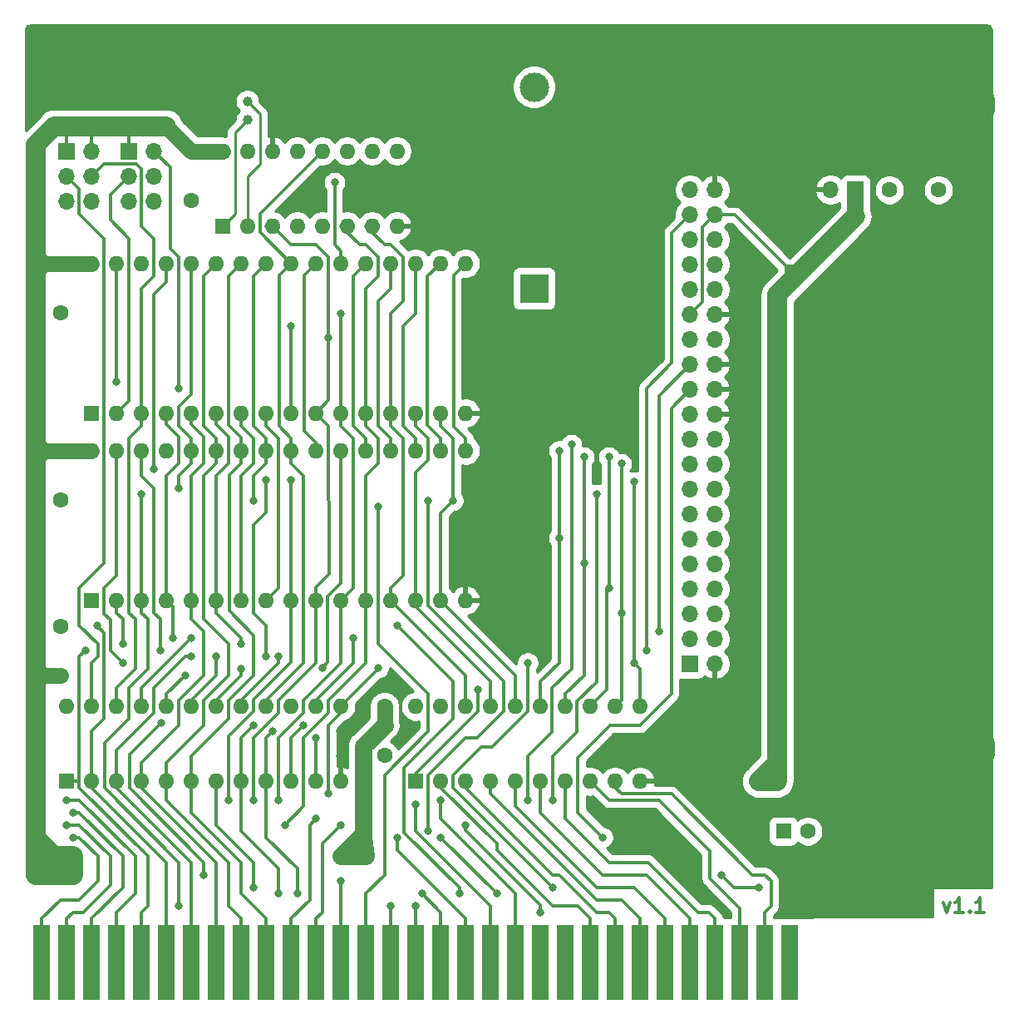
<source format=gtl>
%TF.GenerationSoftware,KiCad,Pcbnew,(5.1.9)-1*%
%TF.CreationDate,2021-08-26T14:40:19+08:00*%
%TF.ProjectId,CF-Combo-Super-Lite,43462d43-6f6d-4626-9f2d-53757065722d,rev?*%
%TF.SameCoordinates,Original*%
%TF.FileFunction,Copper,L1,Top*%
%TF.FilePolarity,Positive*%
%FSLAX46Y46*%
G04 Gerber Fmt 4.6, Leading zero omitted, Abs format (unit mm)*
G04 Created by KiCad (PCBNEW (5.1.9)-1) date 2021-08-26 14:40:19*
%MOMM*%
%LPD*%
G01*
G04 APERTURE LIST*
%TA.AperFunction,NonConductor*%
%ADD10C,0.300000*%
%TD*%
%TA.AperFunction,ComponentPad*%
%ADD11C,1.600000*%
%TD*%
%TA.AperFunction,ComponentPad*%
%ADD12O,1.700000X1.700000*%
%TD*%
%TA.AperFunction,ComponentPad*%
%ADD13R,1.700000X1.700000*%
%TD*%
%TA.AperFunction,ComponentPad*%
%ADD14O,1.600000X1.600000*%
%TD*%
%TA.AperFunction,ComponentPad*%
%ADD15R,1.600000X1.600000*%
%TD*%
%TA.AperFunction,ComponentPad*%
%ADD16C,3.000000*%
%TD*%
%TA.AperFunction,ComponentPad*%
%ADD17R,3.000000X3.000000*%
%TD*%
%TA.AperFunction,ComponentPad*%
%ADD18C,1.000000*%
%TD*%
%TA.AperFunction,ComponentPad*%
%ADD19C,6.500000*%
%TD*%
%TA.AperFunction,ConnectorPad*%
%ADD20R,1.780000X7.620000*%
%TD*%
%TA.AperFunction,ViaPad*%
%ADD21C,0.800000*%
%TD*%
%TA.AperFunction,ViaPad*%
%ADD22C,1.000000*%
%TD*%
%TA.AperFunction,Conductor*%
%ADD23C,0.300000*%
%TD*%
%TA.AperFunction,Conductor*%
%ADD24C,0.500000*%
%TD*%
%TA.AperFunction,Conductor*%
%ADD25C,2.000000*%
%TD*%
%TA.AperFunction,Conductor*%
%ADD26C,1.000000*%
%TD*%
%TA.AperFunction,Conductor*%
%ADD27C,1.750000*%
%TD*%
%TA.AperFunction,Conductor*%
%ADD28C,1.600000*%
%TD*%
%TA.AperFunction,Conductor*%
%ADD29C,1.700000*%
%TD*%
%TA.AperFunction,Conductor*%
%ADD30C,0.250000*%
%TD*%
%TA.AperFunction,Conductor*%
%ADD31C,0.254000*%
%TD*%
%TA.AperFunction,Conductor*%
%ADD32C,0.100000*%
%TD*%
G04 APERTURE END LIST*
D10*
X190897142Y-132393571D02*
X191254285Y-133393571D01*
X191611428Y-132393571D01*
X192968571Y-133393571D02*
X192111428Y-133393571D01*
X192540000Y-133393571D02*
X192540000Y-131893571D01*
X192397142Y-132107857D01*
X192254285Y-132250714D01*
X192111428Y-132322142D01*
X193611428Y-133250714D02*
X193682857Y-133322142D01*
X193611428Y-133393571D01*
X193540000Y-133322142D01*
X193611428Y-133250714D01*
X193611428Y-133393571D01*
X195111428Y-133393571D02*
X194254285Y-133393571D01*
X194682857Y-133393571D02*
X194682857Y-131893571D01*
X194540000Y-132107857D01*
X194397142Y-132250714D01*
X194254285Y-132322142D01*
D11*
%TO.P,C6,1*%
%TO.N,VCC*%
X185420000Y-59817000D03*
%TO.P,C6,2*%
%TO.N,GND*%
X190420000Y-59817000D03*
%TD*%
D12*
%TO.P,J2,2*%
%TO.N,GND*%
X179411000Y-59817000D03*
D13*
%TO.P,J2,1*%
%TO.N,VCC*%
X181951000Y-59817000D03*
%TD*%
D11*
%TO.P,C2,2*%
%TO.N,GND*%
X100965000Y-104220000D03*
%TO.P,C2,1*%
%TO.N,VCC*%
X100965000Y-109220000D03*
%TD*%
D14*
%TO.P,U1,32*%
%TO.N,VCC*%
X104140000Y-67310000D03*
%TO.P,U1,16*%
%TO.N,GND*%
X142240000Y-82550000D03*
%TO.P,U1,31*%
%TO.N,~MEMW*%
X106680000Y-67310000D03*
%TO.P,U1,15*%
%TO.N,D2_BUF*%
X139700000Y-82550000D03*
%TO.P,U1,30*%
%TO.N,GND*%
X109220000Y-67310000D03*
%TO.P,U1,14*%
%TO.N,D1_BUF*%
X137160000Y-82550000D03*
%TO.P,U1,29*%
%TO.N,A14*%
X111760000Y-67310000D03*
%TO.P,U1,13*%
%TO.N,D0_BUF*%
X134620000Y-82550000D03*
%TO.P,U1,28*%
%TO.N,A13*%
X114300000Y-67310000D03*
%TO.P,U1,12*%
%TO.N,A00*%
X132080000Y-82550000D03*
%TO.P,U1,27*%
%TO.N,A08*%
X116840000Y-67310000D03*
%TO.P,U1,11*%
%TO.N,A01*%
X129540000Y-82550000D03*
%TO.P,U1,26*%
%TO.N,A09*%
X119380000Y-67310000D03*
%TO.P,U1,10*%
%TO.N,A02*%
X127000000Y-82550000D03*
%TO.P,U1,25*%
%TO.N,A11*%
X121920000Y-67310000D03*
%TO.P,U1,9*%
%TO.N,A03*%
X124460000Y-82550000D03*
%TO.P,U1,24*%
%TO.N,~MEMR~_DELAYED*%
X124460000Y-67310000D03*
%TO.P,U1,8*%
%TO.N,A04*%
X121920000Y-82550000D03*
%TO.P,U1,23*%
%TO.N,A10*%
X127000000Y-67310000D03*
%TO.P,U1,7*%
%TO.N,A05*%
X119380000Y-82550000D03*
%TO.P,U1,22*%
%TO.N,~CE~_BIOS*%
X129540000Y-67310000D03*
%TO.P,U1,6*%
%TO.N,A06*%
X116840000Y-82550000D03*
%TO.P,U1,21*%
%TO.N,D7_BUF*%
X132080000Y-67310000D03*
%TO.P,U1,5*%
%TO.N,A07*%
X114300000Y-82550000D03*
%TO.P,U1,20*%
%TO.N,D6_BUF*%
X134620000Y-67310000D03*
%TO.P,U1,4*%
%TO.N,A12*%
X111760000Y-82550000D03*
%TO.P,U1,19*%
%TO.N,D5_BUF*%
X137160000Y-67310000D03*
%TO.P,U1,3*%
%TO.N,ATA_ADDR_JUMPER*%
X109220000Y-82550000D03*
%TO.P,U1,18*%
%TO.N,D4_BUF*%
X139700000Y-67310000D03*
%TO.P,U1,2*%
%TO.N,V20_JUMPER*%
X106680000Y-82550000D03*
%TO.P,U1,17*%
%TO.N,D3_BUF*%
X142240000Y-67310000D03*
D15*
%TO.P,U1,1*%
%TO.N,GND*%
X104140000Y-82550000D03*
%TD*%
D12*
%TO.P,J5,6*%
%TO.N,~CE~_BIOS_THRU*%
X110490000Y-60960000D03*
%TO.P,J5,5*%
%TO.N,GND*%
X107950000Y-60960000D03*
%TO.P,J5,4*%
%TO.N,~CE~_BIOS*%
X110490000Y-58420000D03*
%TO.P,J5,3*%
%TO.N,V20_JUMPER*%
X107950000Y-58420000D03*
%TO.P,J5,2*%
%TO.N,~CE~_BIOS_DECODE*%
X110490000Y-55880000D03*
D13*
%TO.P,J5,1*%
%TO.N,VCC*%
X107950000Y-55880000D03*
%TD*%
D12*
%TO.P,J4,6*%
%TO.N,GND*%
X104140000Y-60960000D03*
%TO.P,J4,5*%
X101600000Y-60960000D03*
%TO.P,J4,4*%
%TO.N,ATA_ADDR_JUMPER*%
X104140000Y-58420000D03*
%TO.P,J4,3*%
%TO.N,ROM_ADDR_JUMPER*%
X101600000Y-58420000D03*
%TO.P,J4,2*%
%TO.N,VCC*%
X104140000Y-55880000D03*
D13*
%TO.P,J4,1*%
X101600000Y-55880000D03*
%TD*%
D14*
%TO.P,U5,32*%
%TO.N,VCC*%
X104140000Y-86360000D03*
%TO.P,U5,16*%
%TO.N,GND*%
X142240000Y-101600000D03*
%TO.P,U5,31*%
%TO.N,A15*%
X106680000Y-86360000D03*
%TO.P,U5,15*%
%TO.N,D2_BUF*%
X139700000Y-101600000D03*
%TO.P,U5,30*%
%TO.N,A17*%
X109220000Y-86360000D03*
%TO.P,U5,14*%
%TO.N,D1_BUF*%
X137160000Y-101600000D03*
%TO.P,U5,29*%
%TO.N,~MEMW*%
X111760000Y-86360000D03*
%TO.P,U5,13*%
%TO.N,D0_BUF*%
X134620000Y-101600000D03*
%TO.P,U5,28*%
%TO.N,A13*%
X114300000Y-86360000D03*
%TO.P,U5,12*%
%TO.N,A00*%
X132080000Y-101600000D03*
%TO.P,U5,27*%
%TO.N,A08*%
X116840000Y-86360000D03*
%TO.P,U5,11*%
%TO.N,A01*%
X129540000Y-101600000D03*
%TO.P,U5,26*%
%TO.N,A09*%
X119380000Y-86360000D03*
%TO.P,U5,10*%
%TO.N,A02*%
X127000000Y-101600000D03*
%TO.P,U5,25*%
%TO.N,A11*%
X121920000Y-86360000D03*
%TO.P,U5,9*%
%TO.N,A03*%
X124460000Y-101600000D03*
%TO.P,U5,24*%
%TO.N,~MEMR~_DELAYED*%
X124460000Y-86360000D03*
%TO.P,U5,8*%
%TO.N,A04*%
X121920000Y-101600000D03*
%TO.P,U5,23*%
%TO.N,A10*%
X127000000Y-86360000D03*
%TO.P,U5,7*%
%TO.N,A05*%
X119380000Y-101600000D03*
%TO.P,U5,22*%
%TO.N,A19*%
X129540000Y-86360000D03*
%TO.P,U5,6*%
%TO.N,A06*%
X116840000Y-101600000D03*
%TO.P,U5,21*%
%TO.N,D7_BUF*%
X132080000Y-86360000D03*
%TO.P,U5,5*%
%TO.N,A07*%
X114300000Y-101600000D03*
%TO.P,U5,20*%
%TO.N,D6_BUF*%
X134620000Y-86360000D03*
%TO.P,U5,4*%
%TO.N,A12*%
X111760000Y-101600000D03*
%TO.P,U5,19*%
%TO.N,D5_BUF*%
X137160000Y-86360000D03*
%TO.P,U5,3*%
%TO.N,A14*%
X109220000Y-101600000D03*
%TO.P,U5,18*%
%TO.N,D4_BUF*%
X139700000Y-86360000D03*
%TO.P,U5,2*%
%TO.N,A16*%
X106680000Y-101600000D03*
%TO.P,U5,17*%
%TO.N,D3_BUF*%
X142240000Y-86360000D03*
D15*
%TO.P,U5,1*%
%TO.N,A18*%
X104140000Y-101600000D03*
%TD*%
D12*
%TO.P,J1,40*%
%TO.N,GND*%
X167640000Y-59817000D03*
%TO.P,J1,39*%
%TO.N,Net-(J1-Pad39)*%
X165100000Y-59817000D03*
%TO.P,J1,38*%
%TO.N,VCC*%
X167640000Y-62357000D03*
%TO.P,J1,37*%
%TO.N,~CS1~_ATA*%
X165100000Y-62357000D03*
%TO.P,J1,36*%
%TO.N,A03*%
X167640000Y-64897000D03*
%TO.P,J1,35*%
%TO.N,A01*%
X165100000Y-64897000D03*
%TO.P,J1,34*%
%TO.N,Net-(J1-Pad34)*%
X167640000Y-67437000D03*
%TO.P,J1,33*%
%TO.N,A02*%
X165100000Y-67437000D03*
%TO.P,J1,32*%
%TO.N,Net-(J1-Pad32)*%
X167640000Y-69977000D03*
%TO.P,J1,31*%
%TO.N,Net-(J1-Pad31)*%
X165100000Y-69977000D03*
%TO.P,J1,30*%
%TO.N,GND*%
X167640000Y-72517000D03*
%TO.P,J1,29*%
%TO.N,VCC*%
X165100000Y-72517000D03*
%TO.P,J1,28*%
%TO.N,Net-(J1-Pad28)*%
X167640000Y-75057000D03*
%TO.P,J1,27*%
%TO.N,Net-(J1-Pad27)*%
X165100000Y-75057000D03*
%TO.P,J1,26*%
%TO.N,GND*%
X167640000Y-77597000D03*
%TO.P,J1,25*%
%TO.N,~IOR~_DELAYED*%
X165100000Y-77597000D03*
%TO.P,J1,24*%
%TO.N,GND*%
X167640000Y-80137000D03*
%TO.P,J1,23*%
%TO.N,~IOW*%
X165100000Y-80137000D03*
%TO.P,J1,22*%
%TO.N,GND*%
X167640000Y-82677000D03*
%TO.P,J1,21*%
%TO.N,Net-(J1-Pad21)*%
X165100000Y-82677000D03*
%TO.P,J1,20*%
%TO.N,Net-(J1-Pad20)*%
X167640000Y-85217000D03*
%TO.P,J1,19*%
%TO.N,GND*%
X165100000Y-85217000D03*
%TO.P,J1,18*%
%TO.N,Net-(J1-Pad18)*%
X167640000Y-87757000D03*
%TO.P,J1,17*%
%TO.N,D0_BUF*%
X165100000Y-87757000D03*
%TO.P,J1,16*%
%TO.N,Net-(J1-Pad16)*%
X167640000Y-90297000D03*
%TO.P,J1,15*%
%TO.N,D1_BUF*%
X165100000Y-90297000D03*
%TO.P,J1,14*%
%TO.N,Net-(J1-Pad14)*%
X167640000Y-92837000D03*
%TO.P,J1,13*%
%TO.N,D2_BUF*%
X165100000Y-92837000D03*
%TO.P,J1,12*%
%TO.N,Net-(J1-Pad12)*%
X167640000Y-95377000D03*
%TO.P,J1,11*%
%TO.N,D3_BUF*%
X165100000Y-95377000D03*
%TO.P,J1,10*%
%TO.N,Net-(J1-Pad10)*%
X167640000Y-97917000D03*
%TO.P,J1,9*%
%TO.N,D4_BUF*%
X165100000Y-97917000D03*
%TO.P,J1,8*%
%TO.N,Net-(J1-Pad8)*%
X167640000Y-100457000D03*
%TO.P,J1,7*%
%TO.N,D5_BUF*%
X165100000Y-100457000D03*
%TO.P,J1,6*%
%TO.N,Net-(J1-Pad6)*%
X167640000Y-102997000D03*
%TO.P,J1,5*%
%TO.N,D6_BUF*%
X165100000Y-102997000D03*
%TO.P,J1,4*%
%TO.N,Net-(J1-Pad4)*%
X167640000Y-105537000D03*
%TO.P,J1,3*%
%TO.N,D7_BUF*%
X165100000Y-105537000D03*
%TO.P,J1,2*%
%TO.N,GND*%
X167640000Y-108077000D03*
D13*
%TO.P,J1,1*%
%TO.N,~RESET*%
X165100000Y-108077000D03*
%TD*%
D14*
%TO.P,U3,24*%
%TO.N,VCC*%
X101600000Y-112395000D03*
%TO.P,U3,12*%
%TO.N,GND*%
X129540000Y-120015000D03*
%TO.P,U3,23*%
%TO.N,ROM_ADDR_JUMPER*%
X104140000Y-112395000D03*
%TO.P,U3,11*%
%TO.N,A18*%
X127000000Y-120015000D03*
%TO.P,U3,22*%
%TO.N,ATA_ADDR_JUMPER*%
X106680000Y-112395000D03*
%TO.P,U3,10*%
%TO.N,A17*%
X124460000Y-120015000D03*
%TO.P,U3,21*%
%TO.N,~IOR*%
X109220000Y-112395000D03*
%TO.P,U3,9*%
%TO.N,A16*%
X121920000Y-120015000D03*
%TO.P,U3,20*%
%TO.N,~RESET*%
X111760000Y-112395000D03*
%TO.P,U3,8*%
%TO.N,A15*%
X119380000Y-120015000D03*
%TO.P,U3,19*%
%TO.N,~CS1~_ATA*%
X114300000Y-112395000D03*
%TO.P,U3,7*%
%TO.N,RESET*%
X116840000Y-120015000D03*
%TO.P,U3,18*%
%TO.N,~CE~_BIOS_DECODE*%
X116840000Y-112395000D03*
%TO.P,U3,6*%
%TO.N,A09*%
X114300000Y-120015000D03*
%TO.P,U3,17*%
%TO.N,~MEMR*%
X119380000Y-112395000D03*
%TO.P,U3,5*%
%TO.N,A08*%
X111760000Y-120015000D03*
%TO.P,U3,16*%
%TO.N,~MEMR~_DELAYED*%
X121920000Y-112395000D03*
%TO.P,U3,4*%
%TO.N,A07*%
X109220000Y-120015000D03*
%TO.P,U3,15*%
%TO.N,~IOR_OR_MEMR*%
X124460000Y-112395000D03*
%TO.P,U3,3*%
%TO.N,A06*%
X106680000Y-120015000D03*
%TO.P,U3,14*%
%TO.N,~IOR~_DELAYED*%
X127000000Y-112395000D03*
%TO.P,U3,2*%
%TO.N,A05*%
X104140000Y-120015000D03*
%TO.P,U3,13*%
%TO.N,A19*%
X129540000Y-112395000D03*
D15*
%TO.P,U3,1*%
%TO.N,A04*%
X101600000Y-120015000D03*
%TD*%
D14*
%TO.P,U4,16*%
%TO.N,VCC*%
X117475000Y-55880000D03*
%TO.P,U4,8*%
%TO.N,GND*%
X135255000Y-63500000D03*
%TO.P,U4,15*%
%TO.N,Net-(U4-Pad15)*%
X120015000Y-55880000D03*
%TO.P,U4,7*%
%TO.N,D0_BUF*%
X132715000Y-63500000D03*
%TO.P,U4,14*%
%TO.N,GND*%
X122555000Y-55880000D03*
%TO.P,U4,6*%
%TO.N,A00*%
X130175000Y-63500000D03*
%TO.P,U4,13*%
%TO.N,VCC*%
X125095000Y-55880000D03*
%TO.P,U4,5*%
%TO.N,GND*%
X127635000Y-63500000D03*
%TO.P,U4,12*%
%TO.N,~MEMR~_DELAYED*%
X127635000Y-55880000D03*
%TO.P,U4,4*%
%TO.N,Net-(BAT1-Pad1)*%
X125095000Y-63500000D03*
%TO.P,U4,11*%
%TO.N,~CE~_BIOS_DECODE*%
X130175000Y-55880000D03*
%TO.P,U4,3*%
%TO.N,A02*%
X122555000Y-63500000D03*
%TO.P,U4,10*%
%TO.N,~CE~_BIOS_THRU*%
X132715000Y-55880000D03*
%TO.P,U4,2*%
%TO.N,/XTAL2*%
X120015000Y-63500000D03*
%TO.P,U4,9*%
%TO.N,Net-(U4-Pad15)*%
X135255000Y-55880000D03*
D15*
%TO.P,U4,1*%
%TO.N,/XTAL1*%
X117475000Y-63500000D03*
%TD*%
D16*
%TO.P,BAT1,2*%
%TO.N,GND*%
X149225000Y-49360000D03*
D17*
%TO.P,BAT1,1*%
%TO.N,Net-(BAT1-Pad1)*%
X149225000Y-69850000D03*
%TD*%
D11*
%TO.P,C5,2*%
%TO.N,GND*%
X100965000Y-91360000D03*
%TO.P,C5,1*%
%TO.N,VCC*%
X100965000Y-86360000D03*
%TD*%
%TO.P,C4,2*%
%TO.N,GND*%
X114300000Y-60880000D03*
%TO.P,C4,1*%
%TO.N,VCC*%
X114300000Y-55880000D03*
%TD*%
D18*
%TO.P,Y1,2*%
%TO.N,/XTAL2*%
X120015000Y-50805000D03*
%TO.P,Y1,1*%
%TO.N,/XTAL1*%
X120015000Y-52705000D03*
%TD*%
D19*
%TO.P,H4,1*%
%TO.N,GND*%
X192913000Y-116713000D03*
%TD*%
D11*
%TO.P,C7,2*%
%TO.N,GND*%
X177125000Y-125095000D03*
D15*
%TO.P,C7,1*%
%TO.N,VCC*%
X174625000Y-125095000D03*
%TD*%
D11*
%TO.P,C3,2*%
%TO.N,GND*%
X133985000Y-117395000D03*
%TO.P,C3,1*%
%TO.N,VCC*%
X133985000Y-112395000D03*
%TD*%
%TO.P,C1,2*%
%TO.N,GND*%
X100965000Y-72310000D03*
%TO.P,C1,1*%
%TO.N,VCC*%
X100965000Y-67310000D03*
%TD*%
D14*
%TO.P,U2,20*%
%TO.N,VCC*%
X137160000Y-112395000D03*
%TO.P,U2,10*%
%TO.N,GND*%
X160020000Y-120015000D03*
%TO.P,U2,19*%
X139700000Y-112395000D03*
%TO.P,U2,9*%
%TO.N,D7*%
X157480000Y-120015000D03*
%TO.P,U2,18*%
%TO.N,D0_BUF*%
X142240000Y-112395000D03*
%TO.P,U2,8*%
%TO.N,D6*%
X154940000Y-120015000D03*
%TO.P,U2,17*%
%TO.N,D1_BUF*%
X144780000Y-112395000D03*
%TO.P,U2,7*%
%TO.N,D5*%
X152400000Y-120015000D03*
%TO.P,U2,16*%
%TO.N,D2_BUF*%
X147320000Y-112395000D03*
%TO.P,U2,6*%
%TO.N,D4*%
X149860000Y-120015000D03*
%TO.P,U2,15*%
%TO.N,D3_BUF*%
X149860000Y-112395000D03*
%TO.P,U2,5*%
%TO.N,D3*%
X147320000Y-120015000D03*
%TO.P,U2,14*%
%TO.N,D4_BUF*%
X152400000Y-112395000D03*
%TO.P,U2,4*%
%TO.N,D2*%
X144780000Y-120015000D03*
%TO.P,U2,13*%
%TO.N,D5_BUF*%
X154940000Y-112395000D03*
%TO.P,U2,3*%
%TO.N,D1*%
X142240000Y-120015000D03*
%TO.P,U2,12*%
%TO.N,D6_BUF*%
X157480000Y-112395000D03*
%TO.P,U2,2*%
%TO.N,D0*%
X139700000Y-120015000D03*
%TO.P,U2,11*%
%TO.N,D7_BUF*%
X160020000Y-112395000D03*
D15*
%TO.P,U2,1*%
%TO.N,~IOR_OR_MEMR*%
X137160000Y-120015000D03*
%TD*%
D19*
%TO.P,H3,1*%
%TO.N,GND*%
X166370000Y-116713000D03*
%TD*%
%TO.P,H1,1*%
%TO.N,GND*%
X166370000Y-51181000D03*
%TD*%
%TO.P,H2,1*%
%TO.N,GND*%
X192913000Y-51181000D03*
%TD*%
D20*
%TO.P,J3,62*%
%TO.N,A00*%
X99060000Y-138430000D03*
%TO.P,J3,61*%
%TO.N,A01*%
X101600000Y-138430000D03*
%TO.P,J3,60*%
%TO.N,A02*%
X104140000Y-138430000D03*
%TO.P,J3,59*%
%TO.N,A03*%
X106680000Y-138430000D03*
%TO.P,J3,58*%
%TO.N,A04*%
X109220000Y-138430000D03*
%TO.P,J3,57*%
%TO.N,A05*%
X111760000Y-138430000D03*
%TO.P,J3,56*%
%TO.N,A06*%
X114300000Y-138430000D03*
%TO.P,J3,55*%
%TO.N,A07*%
X116840000Y-138430000D03*
%TO.P,J3,54*%
%TO.N,A08*%
X119380000Y-138430000D03*
%TO.P,J3,53*%
%TO.N,A09*%
X121920000Y-138430000D03*
%TO.P,J3,52*%
%TO.N,A10*%
X124460000Y-138430000D03*
%TO.P,J3,51*%
%TO.N,A11*%
X127000000Y-138430000D03*
%TO.P,J3,50*%
%TO.N,A12*%
X129540000Y-138430000D03*
%TO.P,J3,49*%
%TO.N,A13*%
X132080000Y-138430000D03*
%TO.P,J3,48*%
%TO.N,A14*%
X134620000Y-138430000D03*
%TO.P,J3,47*%
%TO.N,A15*%
X137160000Y-138430000D03*
%TO.P,J3,46*%
%TO.N,A16*%
X139700000Y-138430000D03*
%TO.P,J3,45*%
%TO.N,A17*%
X142240000Y-138430000D03*
%TO.P,J3,44*%
%TO.N,A18*%
X144780000Y-138430000D03*
%TO.P,J3,43*%
%TO.N,A19*%
X147320000Y-138430000D03*
%TO.P,J3,42*%
%TO.N,Net-(J3-Pad42)*%
X149860000Y-138430000D03*
%TO.P,J3,41*%
%TO.N,Net-(J3-Pad41)*%
X152400000Y-138430000D03*
%TO.P,J3,40*%
%TO.N,D0*%
X154940000Y-138430000D03*
%TO.P,J3,39*%
%TO.N,D1*%
X157480000Y-138430000D03*
%TO.P,J3,38*%
%TO.N,D2*%
X160020000Y-138430000D03*
%TO.P,J3,37*%
%TO.N,D3*%
X162560000Y-138430000D03*
%TO.P,J3,36*%
%TO.N,D4*%
X165100000Y-138430000D03*
%TO.P,J3,35*%
%TO.N,D5*%
X167640000Y-138430000D03*
%TO.P,J3,34*%
%TO.N,D6*%
X170180000Y-138430000D03*
%TO.P,J3,33*%
%TO.N,D7*%
X172720000Y-138430000D03*
%TO.P,J3,32*%
%TO.N,Net-(J3-Pad32)*%
X175260000Y-138430000D03*
%TD*%
D21*
%TO.N,A00*%
X123825000Y-124460000D03*
X102235000Y-125730000D03*
%TO.N,A01*%
X123190000Y-121920006D03*
X101600000Y-124460000D03*
X129540000Y-72390000D03*
%TO.N,A02*%
X120650000Y-121920000D03*
X128285322Y-74914678D03*
X102235000Y-123190000D03*
%TO.N,A03*%
X101600000Y-121920000D03*
X118110000Y-121920000D03*
X124460000Y-89359990D03*
X124460000Y-73660000D03*
%TO.N,A04*%
X103505000Y-106680000D03*
%TO.N,A05*%
X104711491Y-104203509D03*
%TO.N,A06*%
X119380000Y-106045000D03*
X114300000Y-107315000D03*
%TO.N,A10*%
X148590000Y-121920000D03*
X127000000Y-123825000D03*
X153035000Y-85725000D03*
%TO.N,A11*%
X138430000Y-125095000D03*
X129540000Y-124460000D03*
X138430000Y-91440000D03*
X120650000Y-91440000D03*
%TO.N,A12*%
X129540000Y-130175000D03*
X111252000Y-114046000D03*
X115570000Y-129540000D03*
X112395008Y-105410000D03*
%TO.N,A13*%
X133350000Y-92075000D03*
X113030000Y-90170000D03*
%TO.N,A15*%
X137160000Y-132715000D03*
X123190000Y-131445000D03*
X120650000Y-114300000D03*
X107315000Y-107950000D03*
%TO.N,A16*%
X125095000Y-131445000D03*
X137795000Y-131445000D03*
X122555000Y-114935000D03*
X107315000Y-106045006D03*
%TO.N,A17*%
X135255000Y-125730000D03*
X125730000Y-114300000D03*
X111125000Y-106680000D03*
%TO.N,A18*%
X127000000Y-115570000D03*
X137160000Y-122380000D03*
%TO.N,A19*%
X139700000Y-121920000D03*
X128270000Y-121285000D03*
X133350000Y-108484990D03*
X127635000Y-108484990D03*
D22*
%TO.N,GND*%
X175260000Y-130810000D03*
X144780000Y-81915000D03*
X160655000Y-123190000D03*
X156845000Y-123190000D03*
X158750000Y-123190000D03*
X98425000Y-48895000D03*
X98425000Y-46990000D03*
X98425000Y-46990000D03*
X98425000Y-45085000D03*
X99695000Y-45085000D03*
X99695000Y-46990000D03*
X99695000Y-48895000D03*
X167005000Y-132080000D03*
X165735002Y-130810000D03*
X142240000Y-97790000D03*
X142240000Y-94615000D03*
X144780000Y-67945000D03*
X144780000Y-63500000D03*
X144780000Y-69850000D03*
X144780000Y-61595000D03*
X162560000Y-125095000D03*
X160655000Y-125095000D03*
X158750000Y-125095000D03*
X129540000Y-117475000D03*
X129540000Y-114935000D03*
X145415000Y-94615000D03*
X145415000Y-97790000D03*
X145415000Y-101600000D03*
X148590000Y-94615000D03*
X148590000Y-97790000D03*
X148590000Y-101600000D03*
X144780000Y-76835000D03*
X144780000Y-79375000D03*
X158115000Y-81915000D03*
X158115000Y-79375000D03*
X158115000Y-76835000D03*
X149225000Y-76835000D03*
X149225000Y-79375000D03*
X149225000Y-81915000D03*
X153670000Y-76835000D03*
X153670000Y-79375000D03*
X153670000Y-81915000D03*
X154305000Y-69850000D03*
X156210000Y-67945000D03*
X158115000Y-66040000D03*
X160020000Y-64135000D03*
X161925000Y-62230000D03*
X141605000Y-63500000D03*
X139065000Y-63500000D03*
X170815000Y-59690000D03*
X170815000Y-74930000D03*
X170815000Y-67310000D03*
X170815000Y-69850000D03*
X170815000Y-72390000D03*
X170815000Y-77470000D03*
X170815000Y-80010000D03*
X170815000Y-82550000D03*
X177165000Y-130810000D03*
X177165000Y-132715000D03*
X179070000Y-132715000D03*
X179070000Y-130810000D03*
X175260000Y-128905000D03*
X177165000Y-128905000D03*
X179070000Y-128905000D03*
%TO.N,VCC*%
X102235000Y-127635000D03*
X102235000Y-129540000D03*
D21*
X130810000Y-127635000D03*
D22*
X173990000Y-120015000D03*
X172085000Y-120015000D03*
D21*
X129540000Y-127635000D03*
X132080000Y-127635000D03*
%TO.N,~IOR*%
X141605000Y-131445000D03*
X114300000Y-105410000D03*
X135255000Y-104140000D03*
%TO.N,~IOW*%
X145415000Y-131445000D03*
X156210000Y-125730000D03*
X139699991Y-125729991D03*
%TO.N,~MEMR*%
X151130000Y-130810000D03*
X148590000Y-107950000D03*
X123190000Y-107315000D03*
%TO.N,~MEMW*%
X149860000Y-133350000D03*
X151130000Y-121920000D03*
X142240000Y-124460000D03*
X155575000Y-90805000D03*
X106680000Y-79375000D03*
%TO.N,RESET*%
X172085000Y-130810000D03*
X168275000Y-129540000D03*
X120650000Y-130810006D03*
%TO.N,~CS1~_ATA*%
X160654986Y-106680000D03*
X116840000Y-107315000D03*
%TO.N,D2_BUF*%
X140969992Y-91440000D03*
%TO.N,D3_BUF*%
X151765000Y-86360000D03*
X151765000Y-95250000D03*
%TO.N,D4_BUF*%
X154305000Y-97790000D03*
X154305000Y-86995000D03*
%TO.N,D5_BUF*%
X156845000Y-100330000D03*
X156845000Y-86995000D03*
%TO.N,D6_BUF*%
X158115000Y-102870000D03*
X158115000Y-87692230D03*
%TO.N,D7_BUF*%
X159385000Y-107950000D03*
X159385000Y-89534990D03*
%TO.N,~RESET*%
X113664994Y-109220000D03*
%TO.N,~CE~_BIOS*%
X128905000Y-59055010D03*
%TO.N,A14*%
X134620000Y-132715000D03*
X113030000Y-132715000D03*
X110490000Y-88265000D03*
X109220000Y-90805000D03*
%TO.N,~IOR_OR_MEMR*%
X143510000Y-110665010D03*
%TO.N,~CE~_BIOS_DECODE*%
X121920000Y-89359990D03*
X121920000Y-107315000D03*
X119380000Y-108585000D03*
X113030000Y-80010000D03*
%TO.N,~IOR~_DELAYED*%
X161925000Y-104775008D03*
X130810000Y-105410000D03*
%TD*%
D23*
%TO.N,A00*%
X132080000Y-83820000D02*
X132080000Y-82550000D01*
X133350000Y-85090000D02*
X132080000Y-83820000D01*
X133350000Y-87630000D02*
X133350000Y-85090000D01*
X132080000Y-88900000D02*
X133350000Y-87630000D01*
X132080000Y-101600000D02*
X132080000Y-88900000D01*
X133350000Y-68580000D02*
X133350000Y-66675000D01*
X132080000Y-69850000D02*
X133350000Y-68580000D01*
X132080000Y-82550000D02*
X132080000Y-69850000D01*
X131445000Y-65405000D02*
X132080000Y-65405000D01*
X129540000Y-63500000D02*
X131445000Y-65405000D01*
X133350000Y-66675000D02*
X132080000Y-65405000D01*
X125730000Y-122555000D02*
X123825000Y-124460000D01*
X128270000Y-113030000D02*
X125730000Y-115570000D01*
X128270000Y-111760000D02*
X128270000Y-113030000D01*
X132080000Y-107950000D02*
X128270000Y-111760000D01*
X132080000Y-101600000D02*
X132080000Y-107950000D01*
X125730000Y-115570000D02*
X125730000Y-122555000D01*
X102870000Y-125730000D02*
X102235000Y-125730000D01*
X104775000Y-127635000D02*
X102870000Y-125730000D01*
X104775000Y-130175000D02*
X104775000Y-127635000D01*
X102870000Y-132080000D02*
X104775000Y-130175000D01*
X100965000Y-132080000D02*
X102870000Y-132080000D01*
X99060000Y-133985000D02*
X100965000Y-132080000D01*
X99060000Y-138430000D02*
X99060000Y-133985000D01*
%TO.N,A01*%
X123190000Y-115570000D02*
X123190000Y-115641194D01*
X123190000Y-115570000D02*
X123190000Y-121920006D01*
X129540000Y-101600000D02*
X130810000Y-100330000D01*
X130810000Y-100330000D02*
X130810000Y-85090000D01*
X130810000Y-85090000D02*
X129540000Y-83820000D01*
X129540000Y-83820000D02*
X129540000Y-82550000D01*
X125730000Y-113030000D02*
X123190000Y-115570000D01*
X125730000Y-111760000D02*
X125730000Y-113030000D01*
X129540000Y-107950000D02*
X125730000Y-111760000D01*
X129540000Y-101600000D02*
X129540000Y-107950000D01*
X101600000Y-133985000D02*
X101600000Y-138430000D01*
X102235000Y-133350000D02*
X101600000Y-133985000D01*
X103251250Y-133350000D02*
X102235000Y-133350000D01*
X106045000Y-130556250D02*
X103251250Y-133350000D01*
X106045000Y-127635000D02*
X106045000Y-130556250D01*
X102870000Y-124460000D02*
X106045000Y-127635000D01*
X101600000Y-124460000D02*
X102870000Y-124460000D01*
X129540000Y-82550000D02*
X129540000Y-72390000D01*
%TO.N,A02*%
X127000000Y-107950000D02*
X127000000Y-101600000D01*
X123190000Y-111760000D02*
X127000000Y-107950000D01*
X123190000Y-113082618D02*
X123190000Y-111760000D01*
X120650000Y-115622618D02*
X123190000Y-113082618D01*
X120650000Y-121920000D02*
X120650000Y-115622618D01*
X121920000Y-63500000D02*
X122555000Y-63500000D01*
X124460000Y-65405000D02*
X122555000Y-63500000D01*
X127000000Y-65405000D02*
X124460000Y-65405000D01*
X128270000Y-66675000D02*
X127000000Y-65405000D01*
X127000000Y-100270001D02*
X128329999Y-98940002D01*
X127000000Y-101600000D02*
X127000000Y-100270001D01*
X128285322Y-74914678D02*
X128270000Y-66675000D01*
X127000000Y-82550000D02*
X128297108Y-81252892D01*
X128297108Y-81252892D02*
X128285322Y-74914678D01*
X127000000Y-82550000D02*
X128301941Y-83851941D01*
X128329999Y-98940002D02*
X128301941Y-83851941D01*
X102870000Y-123190000D02*
X102235000Y-123190000D01*
X107315000Y-130810000D02*
X107315000Y-127635000D01*
X104140000Y-133985000D02*
X107315000Y-130810000D01*
X107315000Y-127635000D02*
X102870000Y-123190000D01*
X104140000Y-138430000D02*
X104140000Y-133985000D01*
%TO.N,A03*%
X102870000Y-121920000D02*
X101600000Y-121920000D01*
X108585000Y-127635000D02*
X102870000Y-121920000D01*
X108585000Y-131445000D02*
X108585000Y-127635000D01*
X106680000Y-133350000D02*
X108585000Y-131445000D01*
X106680000Y-138430000D02*
X106680000Y-133350000D01*
X118110000Y-121920000D02*
X118110000Y-115455802D01*
X124460000Y-107918486D02*
X124460000Y-89359990D01*
X118110000Y-115455802D02*
X120659832Y-112905970D01*
X120659832Y-111718654D02*
X124460000Y-107918486D01*
X120659832Y-112905970D02*
X120659832Y-111718654D01*
X124460000Y-82550000D02*
X124460000Y-73660000D01*
%TO.N,A04*%
X101600000Y-120015000D02*
X102870000Y-120015000D01*
X109220000Y-133350000D02*
X109220000Y-134620000D01*
X109855000Y-132715000D02*
X109220000Y-133350000D01*
X109220000Y-134620000D02*
X109220000Y-138430000D01*
X109855000Y-127635000D02*
X109855000Y-132715000D01*
X102870000Y-120650000D02*
X109855000Y-127635000D01*
X102870000Y-120015000D02*
X102870000Y-120650000D01*
X121920000Y-83820000D02*
X121920000Y-82550000D01*
X123190000Y-85090000D02*
X121920000Y-83820000D01*
X123190000Y-100330000D02*
X123190000Y-85090000D01*
X121920000Y-101600000D02*
X123190000Y-100330000D01*
X102870000Y-120015000D02*
X102870000Y-107315000D01*
X102870000Y-107315000D02*
X103505000Y-106680000D01*
%TO.N,A05*%
X119380000Y-83820000D02*
X119380000Y-82550000D01*
X120650000Y-87630000D02*
X120650000Y-85090000D01*
X120650000Y-85090000D02*
X119380000Y-83820000D01*
X119380000Y-88900000D02*
X120650000Y-87630000D01*
X119380000Y-101600000D02*
X119380000Y-88900000D01*
X111760000Y-138430000D02*
X111760000Y-128270000D01*
X111760000Y-128270000D02*
X104140000Y-120650000D01*
X104140000Y-120650000D02*
X104140000Y-114935000D01*
X104140000Y-114935000D02*
X105410000Y-113665000D01*
X105410000Y-104902018D02*
X104711491Y-104203509D01*
X105410000Y-113665000D02*
X105410000Y-104902018D01*
%TO.N,A06*%
X116840000Y-83681370D02*
X116840000Y-82550000D01*
X118110000Y-84951370D02*
X116840000Y-83681370D01*
X118110000Y-87630000D02*
X118110000Y-84951370D01*
X116840000Y-88900000D02*
X118110000Y-87630000D01*
X116840000Y-101600000D02*
X116840000Y-88900000D01*
X114300000Y-128270000D02*
X106680000Y-120650000D01*
X114300000Y-138430000D02*
X114300000Y-128270000D01*
X114300000Y-107315000D02*
X113665000Y-107315000D01*
X106680000Y-116840000D02*
X110490000Y-113030000D01*
X110490000Y-113030000D02*
X110490000Y-110490000D01*
X106680000Y-120650000D02*
X106680000Y-116840000D01*
X110490000Y-110490000D02*
X113665000Y-107315000D01*
X116840000Y-102933500D02*
X119380000Y-105473500D01*
X119380000Y-105473500D02*
X119380000Y-106045000D01*
X116840000Y-101600000D02*
X116840000Y-102933500D01*
%TO.N,A07*%
X114300000Y-83681370D02*
X114300000Y-82550000D01*
X115570000Y-84951370D02*
X114300000Y-83681370D01*
X115570000Y-87630000D02*
X115570000Y-84951370D01*
X114300000Y-88900000D02*
X115570000Y-87630000D01*
X114300000Y-101600000D02*
X114300000Y-88900000D01*
X114300000Y-103505000D02*
X114300000Y-101600000D01*
X115570000Y-109220000D02*
X115570000Y-104775000D01*
X113030000Y-111760000D02*
X115570000Y-109220000D01*
X113030000Y-114300000D02*
X113030000Y-111760000D01*
X109220000Y-118110000D02*
X113030000Y-114300000D01*
X109220000Y-120650000D02*
X109220000Y-118110000D01*
X115570000Y-104775000D02*
X114300000Y-103505000D01*
X116840000Y-128270000D02*
X109220000Y-120650000D01*
X116840000Y-138430000D02*
X116840000Y-128270000D01*
%TO.N,A08*%
X115570000Y-68580000D02*
X116840000Y-67310000D01*
X116840000Y-85090000D02*
X115570000Y-83820000D01*
X115570000Y-83820000D02*
X115570000Y-68580000D01*
X116840000Y-86360000D02*
X116840000Y-85090000D01*
X119380000Y-133985000D02*
X119380000Y-138430000D01*
X118110000Y-128270000D02*
X118110000Y-132715000D01*
X111760000Y-118110000D02*
X111760000Y-121920000D01*
X118110000Y-132715000D02*
X119380000Y-133985000D01*
X115570000Y-114300000D02*
X111760000Y-118110000D01*
X115570000Y-111760000D02*
X115570000Y-114300000D01*
X118110000Y-106045000D02*
X118110000Y-109220000D01*
X115570000Y-103505000D02*
X118110000Y-106045000D01*
X115570000Y-88900000D02*
X115570000Y-103505000D01*
X111760000Y-121920000D02*
X118110000Y-128270000D01*
X118110000Y-109220000D02*
X115570000Y-111760000D01*
X116840000Y-87630000D02*
X115570000Y-88900000D01*
X116840000Y-86360000D02*
X116840000Y-87630000D01*
%TO.N,A09*%
X118110000Y-68580000D02*
X119380000Y-67310000D01*
X118110000Y-83748940D02*
X118110000Y-68580000D01*
X119380000Y-85018940D02*
X118110000Y-83748940D01*
X119380000Y-86288940D02*
X119380000Y-85018940D01*
X119380000Y-131445000D02*
X121920000Y-133985000D01*
X114300000Y-117475000D02*
X114300000Y-123190000D01*
X121920000Y-133985000D02*
X121920000Y-138430000D01*
X120650000Y-109220000D02*
X118110000Y-111760000D01*
X118110000Y-111760000D02*
X118110000Y-113665000D01*
X120650000Y-105156000D02*
X120650000Y-109220000D01*
X119380000Y-128270000D02*
X119380000Y-131445000D01*
X118164999Y-102670999D02*
X120650000Y-105156000D01*
X114300000Y-123190000D02*
X119380000Y-128270000D01*
X118164999Y-88845001D02*
X118164999Y-102670999D01*
X118110000Y-113665000D02*
X114300000Y-117475000D01*
X119380000Y-87630000D02*
X118164999Y-88845001D01*
X119380000Y-86360000D02*
X119380000Y-87630000D01*
%TO.N,A10*%
X127000000Y-85839198D02*
X126992600Y-85839198D01*
X124460000Y-133985000D02*
X124460000Y-138430000D01*
X126365000Y-132080000D02*
X124460000Y-133985000D01*
X126365000Y-124460000D02*
X126365000Y-132080000D01*
X127000000Y-123825000D02*
X126365000Y-124460000D01*
X125789999Y-84358026D02*
X127000000Y-85568027D01*
X127000000Y-85568027D02*
X127000000Y-86360000D01*
X125789999Y-68520001D02*
X125789999Y-84358026D01*
X127000000Y-67310000D02*
X125789999Y-68520001D01*
X148590000Y-117475000D02*
X151070001Y-114994999D01*
X153035000Y-108585000D02*
X153035000Y-90830032D01*
X151070001Y-110549999D02*
X153035000Y-108585000D01*
X151070001Y-114994999D02*
X151070001Y-110549999D01*
X148590000Y-121920000D02*
X148590000Y-117475000D01*
X153035000Y-90830032D02*
X153035000Y-85725000D01*
%TO.N,A11*%
X127635000Y-126365000D02*
X129540000Y-124460000D01*
X127635000Y-133350000D02*
X127635000Y-126365000D01*
X127000000Y-133985000D02*
X127635000Y-133350000D01*
X127000000Y-138430000D02*
X127000000Y-133985000D01*
X146109999Y-109800801D02*
X138430000Y-102120802D01*
X146109999Y-112855803D02*
X146109999Y-109800801D01*
X142240000Y-115570000D02*
X143395802Y-115570000D01*
X138430000Y-119380000D02*
X142240000Y-115570000D01*
X143395802Y-115570000D02*
X146109999Y-112855803D01*
X138430000Y-125095000D02*
X138430000Y-119380000D01*
X138430000Y-102120802D02*
X138430000Y-91440000D01*
X120650000Y-68580000D02*
X120650000Y-83820000D01*
X121920000Y-67310000D02*
X120650000Y-68580000D01*
X120650000Y-83820000D02*
X121920000Y-85090000D01*
X121920000Y-85090000D02*
X121920000Y-87630000D01*
X121920000Y-87630000D02*
X120650000Y-88900000D01*
X120650000Y-88900000D02*
X120650000Y-91440000D01*
%TO.N,A12*%
X129540000Y-138430000D02*
X129540000Y-130175000D01*
X111760000Y-83681370D02*
X111760000Y-82550000D01*
X113030000Y-84951370D02*
X111760000Y-83681370D01*
X113030000Y-87630000D02*
X113030000Y-84951370D01*
X111760000Y-88900000D02*
X113030000Y-87630000D01*
X111760000Y-101600000D02*
X111760000Y-88900000D01*
X108009999Y-120709999D02*
X115570000Y-128270000D01*
X108009999Y-117288001D02*
X108009999Y-120709999D01*
X111252000Y-114046000D02*
X108009999Y-117288001D01*
X115570000Y-128270000D02*
X115570000Y-129540000D01*
X112395000Y-105409992D02*
X112395008Y-105410000D01*
X112395000Y-102235000D02*
X112395000Y-105409992D01*
X111760000Y-101600000D02*
X112395000Y-102235000D01*
%TO.N,A13*%
X133350000Y-106045000D02*
X133350000Y-92075000D01*
X133985000Y-129540000D02*
X133985000Y-119380000D01*
X132080000Y-131445000D02*
X133985000Y-129540000D01*
X132080000Y-138430000D02*
X132080000Y-131445000D01*
X138430000Y-111125000D02*
X133350000Y-106045000D01*
X138430000Y-114935000D02*
X138430000Y-111125000D01*
X133985000Y-119380000D02*
X138430000Y-114935000D01*
X114300000Y-80645000D02*
X114300000Y-67310000D01*
X113030000Y-83820000D02*
X113030000Y-81915000D01*
X113030000Y-81915000D02*
X114300000Y-80645000D01*
X114300000Y-85090000D02*
X113030000Y-83820000D01*
X114300000Y-86360000D02*
X114300000Y-85090000D01*
X113030000Y-88900000D02*
X113030000Y-90170000D01*
X114300000Y-87630000D02*
X113030000Y-88900000D01*
X114300000Y-86360000D02*
X114300000Y-87630000D01*
%TO.N,A15*%
X137160000Y-132715000D02*
X137160000Y-138430000D01*
X119380000Y-115570000D02*
X120650000Y-114300000D01*
X119380000Y-125095000D02*
X119380000Y-115570000D01*
X123190000Y-128905000D02*
X119380000Y-125095000D01*
X123190000Y-131445000D02*
X123190000Y-128905000D01*
X106680000Y-99060000D02*
X105410000Y-100330000D01*
X106045000Y-103576198D02*
X106045000Y-106680000D01*
X106680000Y-86360000D02*
X106680000Y-99060000D01*
X105410000Y-102941198D02*
X106045000Y-103576198D01*
X105410000Y-100330000D02*
X105410000Y-102941198D01*
X106045000Y-106680000D02*
X107315000Y-107950000D01*
%TO.N,A16*%
X139700000Y-133350000D02*
X139700000Y-138430000D01*
X137795000Y-131445000D02*
X139700000Y-133350000D01*
X106680000Y-101600000D02*
X106680000Y-102870000D01*
X106680000Y-102870000D02*
X107315000Y-103505000D01*
X107315000Y-103505000D02*
X107315000Y-106045006D01*
X122155001Y-115334999D02*
X122555000Y-114935000D01*
X121920000Y-115570000D02*
X122155001Y-115334999D01*
X121920000Y-120015000D02*
X121920000Y-115570000D01*
X125095000Y-128905000D02*
X121920000Y-125730000D01*
X121920000Y-125730000D02*
X121920000Y-120015000D01*
X125095000Y-131445000D02*
X125095000Y-128905000D01*
%TO.N,A17*%
X135255000Y-125730000D02*
X135255000Y-127000000D01*
X135255000Y-127000000D02*
X142240000Y-133985000D01*
X142240000Y-133985000D02*
X142240000Y-138430000D01*
X124460000Y-115570000D02*
X125730000Y-114300000D01*
X124460000Y-120015000D02*
X124460000Y-115570000D01*
X111125000Y-103505000D02*
X111125000Y-106680000D01*
X110490000Y-102870000D02*
X111125000Y-103505000D01*
X110490000Y-90170000D02*
X110490000Y-102870000D01*
X109220000Y-88900000D02*
X110490000Y-90170000D01*
X109220000Y-86360000D02*
X109220000Y-88900000D01*
%TO.N,A18*%
X144780000Y-138430000D02*
X144780000Y-132715000D01*
X144780000Y-132715000D02*
X137795000Y-125730000D01*
X127000000Y-116840000D02*
X127000000Y-115570000D01*
X127000000Y-118110000D02*
X127000000Y-116840000D01*
X127000000Y-118110000D02*
X127000000Y-120015000D01*
X137160000Y-125095000D02*
X137160000Y-122380000D01*
X137795000Y-125730000D02*
X137160000Y-125095000D01*
%TO.N,A19*%
X129540000Y-113030000D02*
X129540000Y-112395000D01*
X128270000Y-114300000D02*
X129540000Y-113030000D01*
X128270000Y-121285000D02*
X128270000Y-114300000D01*
X129540000Y-112395000D02*
X133350000Y-108585000D01*
X133350000Y-108585000D02*
X133350000Y-108484990D01*
X129540000Y-99851972D02*
X129540000Y-86360000D01*
X128210001Y-101181971D02*
X129540000Y-99851972D01*
X128210001Y-107909989D02*
X128210001Y-101181971D01*
X127635000Y-108484990D02*
X128210001Y-107909989D01*
X147320000Y-131444978D02*
X139700000Y-123824978D01*
X139700000Y-123824978D02*
X139700000Y-121920000D01*
X147320000Y-138430000D02*
X147320000Y-131444978D01*
%TO.N,D0*%
X154940000Y-133985000D02*
X154940000Y-138430000D01*
X153670000Y-132715000D02*
X154940000Y-133985000D01*
X153670000Y-132715000D02*
X151130000Y-132715000D01*
X151130000Y-132715000D02*
X145415000Y-127000000D01*
X145415000Y-127000000D02*
X145415000Y-126365000D01*
X145415000Y-126365000D02*
X139700000Y-120650000D01*
X139700000Y-120650000D02*
X139700000Y-120015000D01*
%TO.N,D1*%
X157480000Y-133985000D02*
X157480000Y-138430000D01*
X156845000Y-133350000D02*
X157480000Y-133985000D01*
X155575000Y-133350000D02*
X156845000Y-133350000D01*
X151130000Y-129540000D02*
X151765000Y-129540000D01*
X151765000Y-129540000D02*
X155575000Y-133350000D01*
X142240000Y-120650000D02*
X151130000Y-129540000D01*
X142240000Y-120015000D02*
X142240000Y-120650000D01*
%TO.N,D2*%
X160020000Y-133985000D02*
X160020000Y-138430000D01*
X158115000Y-132080000D02*
X160020000Y-133985000D01*
X155575000Y-132080000D02*
X158115000Y-132080000D01*
X144780000Y-121285000D02*
X155575000Y-132080000D01*
X144780000Y-120015000D02*
X144780000Y-121285000D01*
%TO.N,D3*%
X162560000Y-133985000D02*
X162560000Y-138430000D01*
X159385000Y-130810000D02*
X162560000Y-133985000D01*
X155575000Y-130810000D02*
X159385000Y-130810000D01*
X147320000Y-122555000D02*
X155575000Y-130810000D01*
X147320000Y-120015000D02*
X147320000Y-122555000D01*
%TO.N,D4*%
X165100000Y-133985000D02*
X165100000Y-138430000D01*
X160655000Y-129540000D02*
X165100000Y-133985000D01*
X156210000Y-129540000D02*
X160655000Y-129540000D01*
X149860000Y-123190000D02*
X156210000Y-129540000D01*
X149860000Y-120015000D02*
X149860000Y-123190000D01*
%TO.N,D5*%
X156845000Y-128270000D02*
X152400000Y-123825000D01*
X160840259Y-128270000D02*
X156845000Y-128270000D01*
X165920259Y-133350000D02*
X160840259Y-128270000D01*
X152400000Y-123825000D02*
X152400000Y-120015000D01*
X167005000Y-133350000D02*
X165920259Y-133350000D01*
X167640000Y-133985000D02*
X167005000Y-133350000D01*
X167640000Y-138430000D02*
X167640000Y-133985000D01*
%TO.N,D6*%
X161925000Y-121920000D02*
X156845000Y-121920000D01*
X167132000Y-129921000D02*
X167132000Y-127127000D01*
X156845000Y-121920000D02*
X154940000Y-120015000D01*
X170180000Y-132969000D02*
X167132000Y-129921000D01*
X167132000Y-127127000D02*
X161925000Y-121920000D01*
X170180000Y-138430000D02*
X170180000Y-132969000D01*
%TO.N,D7*%
X172720000Y-134270000D02*
X172720000Y-138430000D01*
X172720000Y-133350000D02*
X172720000Y-134270000D01*
X173355000Y-132715000D02*
X172720000Y-133350000D01*
X172720000Y-129540000D02*
X173355000Y-130175000D01*
X171450000Y-129540000D02*
X172720000Y-129540000D01*
X158115000Y-121285000D02*
X163195000Y-121285000D01*
X157480000Y-120650000D02*
X158115000Y-121285000D01*
X173355000Y-130175000D02*
X173355000Y-132715000D01*
X163195000Y-121285000D02*
X171450000Y-129540000D01*
X157480000Y-120015000D02*
X157480000Y-120650000D01*
D24*
%TO.N,GND*%
X142240000Y-82550000D02*
X144780000Y-82550000D01*
X160020000Y-120015000D02*
X161925000Y-120015000D01*
X122555000Y-55880000D02*
X122555000Y-53340000D01*
X142240000Y-101600000D02*
X142240000Y-97790000D01*
X142240000Y-97790000D02*
X142240000Y-94615000D01*
X144780000Y-61595000D02*
X144780000Y-69215000D01*
X129540000Y-118110000D02*
X129540000Y-120015000D01*
X129540000Y-117475000D02*
X129540000Y-118110000D01*
X129540000Y-114935000D02*
X129540000Y-117475000D01*
X167640000Y-108077000D02*
X167640000Y-111125000D01*
X167640000Y-59817000D02*
X167640000Y-57150000D01*
X142240000Y-94615000D02*
X145415000Y-94615000D01*
X142240000Y-97790000D02*
X145415000Y-97790000D01*
X142240000Y-101600000D02*
X145415000Y-101600000D01*
X145415000Y-94615000D02*
X148590000Y-94615000D01*
X145415000Y-97790000D02*
X148590000Y-97790000D01*
X145415000Y-101600000D02*
X148590000Y-101600000D01*
X144780000Y-69215000D02*
X144780000Y-76835000D01*
X144780000Y-76835000D02*
X144780000Y-79375000D01*
X144780000Y-79375000D02*
X144780000Y-82550000D01*
X144780000Y-81915000D02*
X149225000Y-81915000D01*
X144780000Y-79375000D02*
X149225000Y-79375000D01*
X144780000Y-76835000D02*
X149225000Y-76835000D01*
X149225000Y-76835000D02*
X153670000Y-76835000D01*
X149225000Y-79375000D02*
X153670000Y-79375000D01*
X149225000Y-81915000D02*
X153670000Y-81915000D01*
X153670000Y-76835000D02*
X158115000Y-76835000D01*
X153670000Y-79375000D02*
X158115000Y-79375000D01*
X153670000Y-81915000D02*
X158115000Y-81915000D01*
X153035000Y-63500000D02*
X144780000Y-63500000D01*
X154305000Y-64770000D02*
X153035000Y-63500000D01*
X154305000Y-69850000D02*
X154305000Y-64770000D01*
X154305000Y-69850000D02*
X155575000Y-68580000D01*
X155575000Y-68580000D02*
X156210000Y-67945000D01*
X156210000Y-67945000D02*
X158115000Y-66040000D01*
X158115000Y-66040000D02*
X160020000Y-64135000D01*
X160020000Y-64135000D02*
X161925000Y-62230000D01*
X144780000Y-63500000D02*
X141605000Y-63500000D01*
X141605000Y-63500000D02*
X139065000Y-63500000D01*
X135255000Y-63500000D02*
X139065000Y-63500000D01*
X167640000Y-57150000D02*
X167640000Y-56515000D01*
X167640000Y-56515000D02*
X170815000Y-56515000D01*
X170815000Y-56515000D02*
X170815000Y-59690000D01*
X170688000Y-72517000D02*
X170815000Y-72390000D01*
X167640000Y-72517000D02*
X170688000Y-72517000D01*
X170688000Y-77597000D02*
X170815000Y-77470000D01*
X167640000Y-77597000D02*
X170688000Y-77597000D01*
X170688000Y-80137000D02*
X170815000Y-80010000D01*
X167640000Y-80137000D02*
X170688000Y-80137000D01*
X170688000Y-82677000D02*
X170815000Y-82550000D01*
X167640000Y-82677000D02*
X170688000Y-82677000D01*
X179411000Y-59817000D02*
X176657000Y-59817000D01*
D25*
%TO.N,VCC*%
X102235000Y-127635000D02*
X102235000Y-129540000D01*
D24*
X98425000Y-108585000D02*
X98425000Y-107950000D01*
X99060000Y-109855000D02*
X98425000Y-109855000D01*
D25*
X98425000Y-109855000D02*
X98425000Y-111760000D01*
D24*
X99060000Y-111760000D02*
X98425000Y-111760000D01*
D25*
X98425000Y-111760000D02*
X98425000Y-113665000D01*
D26*
X100965000Y-127635000D02*
X98425000Y-125095000D01*
D25*
X98425000Y-91440000D02*
X98425000Y-88900000D01*
X173990000Y-120015000D02*
X172085000Y-120015000D01*
X173990000Y-120015000D02*
X173990000Y-118110000D01*
X173990000Y-118110000D02*
X172085000Y-120015000D01*
X172085000Y-120015000D02*
X172085000Y-120015000D01*
X98425000Y-106045000D02*
X98425000Y-107315000D01*
D24*
X99060000Y-110490000D02*
X98425000Y-109855000D01*
D25*
X98425000Y-107315000D02*
X98425000Y-109220000D01*
X98425000Y-109220000D02*
X98425000Y-109855000D01*
X98425000Y-104775000D02*
X98425000Y-106045000D01*
X98425000Y-91440000D02*
X98425000Y-104775000D01*
D24*
X99060000Y-106045000D02*
X98425000Y-106045000D01*
X98425000Y-108585000D02*
X98425000Y-109220000D01*
D27*
X129540000Y-127635000D02*
X132080000Y-127635000D01*
D24*
X98425000Y-90805000D02*
X98425000Y-91440000D01*
D25*
X98425000Y-85090000D02*
X98425000Y-86360000D01*
X100330000Y-53340000D02*
X98425000Y-55245000D01*
X98425000Y-70485000D02*
X98425000Y-85090000D01*
D23*
X101600000Y-53975000D02*
X102235000Y-53340000D01*
X101600000Y-55880000D02*
X101600000Y-53975000D01*
D25*
X102235000Y-53340000D02*
X100330000Y-53340000D01*
D23*
X104140000Y-53975000D02*
X103505000Y-53340000D01*
X104140000Y-55880000D02*
X104140000Y-53975000D01*
D25*
X103505000Y-53340000D02*
X102235000Y-53340000D01*
D23*
X106680000Y-53975000D02*
X107315000Y-53340000D01*
X107950000Y-55880000D02*
X107950000Y-53975000D01*
D25*
X107315000Y-53340000D02*
X103505000Y-53340000D01*
D24*
X99060000Y-104775000D02*
X98425000Y-104775000D01*
D25*
X98425000Y-127635000D02*
X102235000Y-127635000D01*
X102235000Y-129540000D02*
X100965000Y-127635000D01*
X98425000Y-129540000D02*
X102235000Y-129540000D01*
X98425000Y-127000000D02*
X98425000Y-129540000D01*
X98425000Y-113665000D02*
X98425000Y-127000000D01*
D27*
X131826000Y-125349000D02*
X131826000Y-124968000D01*
X129540000Y-127635000D02*
X131826000Y-125349000D01*
X132080000Y-127635000D02*
X131826000Y-125730000D01*
D23*
X166379999Y-63617001D02*
X167640000Y-62357000D01*
X166379999Y-71237001D02*
X166379999Y-63617001D01*
X165100000Y-72517000D02*
X166379999Y-71237001D01*
D28*
X104140000Y-67310000D02*
X100965000Y-67310000D01*
X99060000Y-67310000D02*
X98425000Y-67945000D01*
X100965000Y-67310000D02*
X99060000Y-67310000D01*
D25*
X98425000Y-66040000D02*
X98425000Y-67945000D01*
X98425000Y-55245000D02*
X98425000Y-66040000D01*
D28*
X100965000Y-67310000D02*
X99695000Y-67310000D01*
D25*
X98425000Y-68580000D02*
X98425000Y-70485000D01*
X98425000Y-67945000D02*
X98425000Y-68580000D01*
D28*
X98425000Y-66421000D02*
X98425000Y-66040000D01*
X99314000Y-67310000D02*
X98425000Y-66421000D01*
X99695000Y-67310000D02*
X99314000Y-67310000D01*
X98425000Y-68199000D02*
X98425000Y-68580000D01*
X99314000Y-67310000D02*
X98425000Y-68199000D01*
X104140000Y-86360000D02*
X100965000Y-86360000D01*
X100965000Y-86360000D02*
X98425000Y-86360000D01*
D25*
X98425000Y-87757000D02*
X98425000Y-86360000D01*
X98425000Y-91440000D02*
X98425000Y-87757000D01*
D28*
X98425000Y-85471000D02*
X98425000Y-85090000D01*
X99314000Y-86360000D02*
X98425000Y-85471000D01*
X100965000Y-86360000D02*
X99314000Y-86360000D01*
X98425000Y-87249000D02*
X98425000Y-87757000D01*
X99314000Y-86360000D02*
X98425000Y-87249000D01*
X100965000Y-109220000D02*
X98425000Y-109220000D01*
X100965000Y-109220000D02*
X99256010Y-109220000D01*
X98425000Y-108388990D02*
X98425000Y-107315000D01*
X99256010Y-109220000D02*
X98425000Y-108388990D01*
X98425000Y-110051010D02*
X98425000Y-111760000D01*
X99256010Y-109220000D02*
X98425000Y-110051010D01*
D27*
X133985000Y-114300000D02*
X133350000Y-114935000D01*
X131826000Y-116443990D02*
X133985000Y-114300000D01*
X131826000Y-127381000D02*
X131826000Y-116443990D01*
X132080000Y-127635000D02*
X131826000Y-127381000D01*
D28*
X133985000Y-112395000D02*
X133985000Y-114300000D01*
X114300000Y-55880000D02*
X111760000Y-53340000D01*
D25*
X111760000Y-53340000D02*
X107315000Y-53340000D01*
D28*
X117475000Y-55880000D02*
X114300000Y-55880000D01*
D23*
X175895000Y-68580000D02*
X177165000Y-67310000D01*
X167640000Y-62357000D02*
X169672000Y-62357000D01*
D29*
X181951000Y-62524000D02*
X181951000Y-59817000D01*
D25*
X179070000Y-65405000D02*
X181951000Y-62524000D01*
X173990000Y-118110000D02*
X173990000Y-70485000D01*
D23*
X174942500Y-68897500D02*
X175260000Y-69215000D01*
D25*
X173990000Y-70485000D02*
X175260000Y-69215000D01*
D23*
X169672000Y-62357000D02*
X174942500Y-67627500D01*
X174942500Y-67627500D02*
X174942500Y-68897500D01*
X174942500Y-67627500D02*
X175895000Y-68580000D01*
X176212500Y-67627500D02*
X176530000Y-67945000D01*
X174942500Y-67627500D02*
X176212500Y-67627500D01*
D25*
X176530000Y-67945000D02*
X179070000Y-65405000D01*
X175260000Y-69215000D02*
X176530000Y-67945000D01*
D23*
%TO.N,~IOR*%
X109220000Y-112395000D02*
X109220000Y-110490000D01*
X114300000Y-105410000D02*
X109220000Y-110490000D01*
X140970000Y-109855000D02*
X135255000Y-104140000D01*
X135949999Y-118685001D02*
X140970000Y-113665000D01*
X141605000Y-131445000D02*
X141605000Y-130879315D01*
X140970000Y-113665000D02*
X140970000Y-109855000D01*
X141605000Y-130879315D02*
X135949999Y-125224314D01*
X135949999Y-125224314D02*
X135949999Y-118685001D01*
%TO.N,~IOW*%
X145415000Y-131445000D02*
X139699991Y-125729991D01*
X153670000Y-123190000D02*
X156210000Y-125730000D01*
X153670000Y-117589198D02*
X153670000Y-123190000D01*
X156959198Y-114300000D02*
X153670000Y-117589198D01*
X160020000Y-114300000D02*
X156959198Y-114300000D01*
X163195000Y-111125000D02*
X160020000Y-114300000D01*
X163195000Y-82042000D02*
X163195000Y-111125000D01*
X165100000Y-80137000D02*
X163195000Y-82042000D01*
%TO.N,~MEMR*%
X148590000Y-112915802D02*
X148590000Y-107950000D01*
X151130000Y-130810000D02*
X140970000Y-120650000D01*
X140970000Y-120650000D02*
X140970000Y-119380000D01*
X140970000Y-119380000D02*
X143827500Y-116522500D01*
X143827500Y-116522500D02*
X144983302Y-116522500D01*
X144983302Y-116522500D02*
X148590000Y-112915802D01*
X119380000Y-111760000D02*
X123190000Y-107950000D01*
X123190000Y-107950000D02*
X123190000Y-107315000D01*
X119380000Y-112395000D02*
X119380000Y-111760000D01*
%TO.N,~MEMW*%
X142240000Y-125025685D02*
X142240000Y-124460000D01*
X149860000Y-132645685D02*
X142240000Y-125025685D01*
X149860000Y-133350000D02*
X149860000Y-132645685D01*
X155575000Y-109890599D02*
X155575000Y-90805000D01*
X153610001Y-111855598D02*
X155575000Y-109890599D01*
X153610001Y-114994999D02*
X153610001Y-111855598D01*
X151130000Y-117475000D02*
X153610001Y-114994999D01*
X151130000Y-121920000D02*
X151130000Y-117475000D01*
X106680000Y-79375000D02*
X106680000Y-67310000D01*
%TO.N,RESET*%
X120650000Y-128270000D02*
X120650000Y-130810006D01*
X169545000Y-130810000D02*
X172085000Y-130810000D01*
X168275000Y-129540000D02*
X169545000Y-130810000D01*
X116840000Y-120015000D02*
X116840000Y-124460000D01*
X116840000Y-124460000D02*
X120650000Y-128270000D01*
%TO.N,~CS1~_ATA*%
X163258500Y-77406500D02*
X160654986Y-80010014D01*
X163258500Y-64198500D02*
X163258500Y-77406500D01*
X160654986Y-106680000D02*
X160654986Y-80010014D01*
X163258500Y-64198500D02*
X165100000Y-62357000D01*
X116840000Y-109220000D02*
X116840000Y-107315000D01*
X114300000Y-111760000D02*
X116840000Y-109220000D01*
X114300000Y-112395000D02*
X114300000Y-111760000D01*
%TO.N,D0_BUF*%
X134620000Y-102235000D02*
X134620000Y-101600000D01*
X134620000Y-83820000D02*
X134620000Y-82550000D01*
X135890000Y-85090000D02*
X134620000Y-83820000D01*
X135890000Y-99060000D02*
X135890000Y-85090000D01*
X134620000Y-100330000D02*
X135890000Y-99060000D01*
X134620000Y-101600000D02*
X134620000Y-100330000D01*
X142240000Y-109220000D02*
X142240000Y-112395000D01*
X134620000Y-101600000D02*
X142240000Y-109220000D01*
X135890000Y-66675000D02*
X135890000Y-71120000D01*
X134620000Y-65405000D02*
X135890000Y-66675000D01*
X134620000Y-72390000D02*
X134620000Y-82550000D01*
X133985000Y-65405000D02*
X134620000Y-65405000D01*
X135890000Y-71120000D02*
X134620000Y-72390000D01*
X132080000Y-63500000D02*
X133985000Y-65405000D01*
%TO.N,D1_BUF*%
X137160000Y-102235000D02*
X137160000Y-101600000D01*
X144780000Y-109855000D02*
X137160000Y-102235000D01*
X144780000Y-112395000D02*
X144780000Y-109855000D01*
X137160000Y-83820000D02*
X137160000Y-82550000D01*
X138430000Y-85090000D02*
X137160000Y-83820000D01*
X138430000Y-87312500D02*
X138430000Y-85090000D01*
X137160000Y-88582500D02*
X138430000Y-87312500D01*
X137160000Y-101600000D02*
X137160000Y-88582500D01*
%TO.N,D2_BUF*%
X147320000Y-109220000D02*
X147320000Y-112395000D01*
X139700000Y-101600000D02*
X147320000Y-109220000D01*
X139700000Y-82550000D02*
X139700000Y-83820000D01*
X140969992Y-85089992D02*
X140969992Y-91440000D01*
X139700000Y-83820000D02*
X140969992Y-85089992D01*
X139700000Y-92709992D02*
X140969992Y-91440000D01*
X139700000Y-101600000D02*
X139700000Y-92709992D01*
%TO.N,D3_BUF*%
X141029999Y-68520001D02*
X142240000Y-67310000D01*
X141029999Y-83914656D02*
X141029999Y-68520001D01*
X142240000Y-85124657D02*
X141029999Y-83914656D01*
X142240000Y-86360000D02*
X142240000Y-85124657D01*
X149860000Y-109855000D02*
X149860000Y-112395000D01*
X151765000Y-107950000D02*
X149860000Y-109855000D01*
X151765000Y-95250000D02*
X151765000Y-107950000D01*
X151765000Y-95250000D02*
X151765000Y-86360000D01*
%TO.N,D4_BUF*%
X138370001Y-68639999D02*
X139700000Y-67310000D01*
X138370001Y-83760001D02*
X138370001Y-68639999D01*
X139700000Y-85090000D02*
X138370001Y-83760001D01*
X139700000Y-86360000D02*
X139700000Y-85090000D01*
X154305000Y-109220000D02*
X154305000Y-97790000D01*
X152400000Y-111125000D02*
X154305000Y-109220000D01*
X152400000Y-112395000D02*
X152400000Y-111125000D01*
X154305000Y-97790000D02*
X154305000Y-87630000D01*
X154305000Y-86995000D02*
X154305000Y-87630000D01*
%TO.N,D5_BUF*%
X156669988Y-100505012D02*
X156845000Y-100330000D01*
X154940000Y-112395000D02*
X156669988Y-110665012D01*
X156669988Y-110665012D02*
X156669988Y-100505012D01*
X156845000Y-100330000D02*
X156845000Y-86995000D01*
X137160000Y-72390000D02*
X137160000Y-67310000D01*
X135890000Y-73660000D02*
X137160000Y-72390000D01*
X135890000Y-83820000D02*
X135890000Y-73660000D01*
X137160000Y-85090000D02*
X135890000Y-83820000D01*
X137160000Y-86360000D02*
X137160000Y-85090000D01*
%TO.N,D6_BUF*%
X158115000Y-111760000D02*
X158115000Y-102870000D01*
X157480000Y-112395000D02*
X158115000Y-111760000D01*
X158115000Y-102870000D02*
X158115000Y-87692230D01*
X133350000Y-71120000D02*
X134620000Y-69850000D01*
X134620000Y-69850000D02*
X134620000Y-67310000D01*
X134620000Y-85090000D02*
X133350000Y-83820000D01*
X133350000Y-83820000D02*
X133350000Y-71120000D01*
X134620000Y-86360000D02*
X134620000Y-85090000D01*
%TO.N,D7_BUF*%
X130810000Y-68580000D02*
X132080000Y-67310000D01*
X130810000Y-83820000D02*
X130810000Y-68580000D01*
X132080000Y-85090000D02*
X130810000Y-83820000D01*
X132080000Y-86360000D02*
X132080000Y-85090000D01*
X160020000Y-112395000D02*
X160020000Y-108585000D01*
X160020000Y-108585000D02*
X159385000Y-107950000D01*
X159385000Y-107950000D02*
X159385000Y-89534990D01*
%TO.N,~RESET*%
X111760000Y-112395000D02*
X111760000Y-111124994D01*
X111760000Y-111124994D02*
X113664994Y-109220000D01*
%TO.N,~CE~_BIOS*%
X128905000Y-65405000D02*
X128905000Y-59055010D01*
X129540000Y-66040000D02*
X128905000Y-65405000D01*
X129540000Y-67310000D02*
X129540000Y-66040000D01*
%TO.N,ROM_ADDR_JUMPER*%
X102879999Y-62239999D02*
X105410000Y-64770000D01*
X102879999Y-59699999D02*
X102879999Y-62239999D01*
X102879999Y-59699999D02*
X101600000Y-58420000D01*
X104775000Y-98425000D02*
X102870000Y-100330000D01*
X105410000Y-97790000D02*
X102870000Y-100330000D01*
X105410000Y-64770000D02*
X105410000Y-97790000D01*
X104775000Y-107315000D02*
X104140000Y-107950000D01*
X102870000Y-104140000D02*
X104775000Y-106045000D01*
X104140000Y-107950000D02*
X104140000Y-112395000D01*
X104775000Y-106045000D02*
X104775000Y-107315000D01*
X102870000Y-100330000D02*
X102870000Y-104140000D01*
%TO.N,ATA_ADDR_JUMPER*%
X109220000Y-82550000D02*
X109220000Y-83820000D01*
X108585000Y-103505000D02*
X108585000Y-108585000D01*
X109220000Y-83820000D02*
X107950000Y-85090000D01*
X107950000Y-85090000D02*
X107950000Y-102870000D01*
X107950000Y-102870000D02*
X108585000Y-103505000D01*
X108585000Y-108585000D02*
X106680000Y-110490000D01*
X106680000Y-110490000D02*
X106680000Y-112395000D01*
X109220000Y-69850000D02*
X109220000Y-82550000D01*
X110490000Y-68580000D02*
X109220000Y-69850000D01*
X109220000Y-63500000D02*
X110490000Y-64770000D01*
X109220000Y-57678099D02*
X109220000Y-63500000D01*
X108691901Y-57150000D02*
X109220000Y-57678099D01*
X105410000Y-57150000D02*
X108691901Y-57150000D01*
X110490000Y-64770000D02*
X110490000Y-68580000D01*
X104140000Y-58420000D02*
X105410000Y-57150000D01*
%TO.N,A14*%
X134620000Y-138430000D02*
X134620000Y-132715000D01*
X109220000Y-101600000D02*
X109220000Y-90805000D01*
X109855000Y-103505000D02*
X109220000Y-102870000D01*
X107950000Y-110490000D02*
X109855000Y-108585000D01*
X107950000Y-113665000D02*
X107950000Y-110490000D01*
X105469999Y-116145001D02*
X107950000Y-113665000D01*
X109220000Y-102870000D02*
X109220000Y-101600000D01*
X109855000Y-108585000D02*
X109855000Y-103505000D01*
X105469999Y-120710007D02*
X105469999Y-116145001D01*
X113030000Y-128270008D02*
X105469999Y-120710007D01*
X113030000Y-132715000D02*
X113030000Y-128270008D01*
X110490000Y-70485000D02*
X110490000Y-88265000D01*
X111760000Y-69215000D02*
X110490000Y-70485000D01*
X111760000Y-67310000D02*
X111760000Y-69215000D01*
%TO.N,~IOR_OR_MEMR*%
X137160000Y-119265802D02*
X143510000Y-112915802D01*
X137160000Y-120015000D02*
X137160000Y-119265802D01*
X143510000Y-112915802D02*
X143510000Y-110665010D01*
D30*
%TO.N,/XTAL2*%
X120015000Y-58420000D02*
X120015000Y-63500000D01*
X121285000Y-57150000D02*
X120015000Y-58420000D01*
X121285000Y-52075000D02*
X121285000Y-57150000D01*
X120015000Y-50805000D02*
X121285000Y-52075000D01*
%TO.N,/XTAL1*%
X118745000Y-62230000D02*
X117475000Y-63500000D01*
X118745000Y-53975000D02*
X118745000Y-62230000D01*
X120015000Y-52705000D02*
X118745000Y-53975000D01*
D23*
%TO.N,~CE~_BIOS_DECODE*%
X121920000Y-92638802D02*
X121920000Y-89359990D01*
X120650000Y-93908802D02*
X121920000Y-92638802D01*
X121920000Y-104140000D02*
X121920000Y-107315000D01*
X120650000Y-102870000D02*
X121920000Y-104140000D01*
X120650000Y-102870000D02*
X120650000Y-93908802D01*
X119380000Y-109220000D02*
X119380000Y-108585000D01*
X116840000Y-111760000D02*
X119380000Y-109220000D01*
X116840000Y-112395000D02*
X116840000Y-111760000D01*
X113030000Y-66675000D02*
X113030000Y-80010000D01*
X112141000Y-65786000D02*
X113030000Y-66675000D01*
X112141000Y-57531000D02*
X112141000Y-65786000D01*
X110490000Y-55880000D02*
X112141000Y-57531000D01*
%TO.N,~IOR~_DELAYED*%
X165100000Y-77597000D02*
X161925000Y-80772000D01*
X161925000Y-80772000D02*
X161925000Y-104775008D01*
X127000000Y-112395000D02*
X127000000Y-111760000D01*
X127000000Y-111760000D02*
X130810000Y-107950000D01*
X130810000Y-107950000D02*
X130810000Y-105410000D01*
%TO.N,~MEMR~_DELAYED*%
X125729990Y-88899990D02*
X124460000Y-87630000D01*
X124460000Y-87630000D02*
X124460000Y-86360000D01*
X125729990Y-107950010D02*
X125729990Y-88899990D01*
X121920000Y-111760000D02*
X125729990Y-107950010D01*
X121920000Y-112395000D02*
X121920000Y-111760000D01*
X121285000Y-64135000D02*
X124460000Y-67310000D01*
X121285000Y-62230000D02*
X121285000Y-64135000D01*
X127635000Y-55880000D02*
X121285000Y-62230000D01*
X124460000Y-85090000D02*
X124460000Y-86360000D01*
X123249999Y-83879999D02*
X124460000Y-85090000D01*
X123249999Y-68520001D02*
X123249999Y-83879999D01*
X124460000Y-67310000D02*
X123249999Y-68520001D01*
%TO.N,V20_JUMPER*%
X106680000Y-82550000D02*
X107950000Y-81280000D01*
X107950000Y-81280000D02*
X107950000Y-64770000D01*
X107950000Y-64770000D02*
X106045000Y-62865000D01*
X106045000Y-60325000D02*
X107950000Y-58420000D01*
X106045000Y-62865000D02*
X106045000Y-60325000D01*
%TD*%
D31*
%TO.N,GND*%
X195421033Y-43081044D02*
X195512449Y-43108645D01*
X195596759Y-43153473D01*
X195670759Y-43213826D01*
X195731627Y-43287402D01*
X195777043Y-43371398D01*
X195805281Y-43462618D01*
X195819000Y-43593152D01*
X195819000Y-48427318D01*
X195464126Y-48072444D01*
X194808658Y-47634474D01*
X194080340Y-47332795D01*
X193307163Y-47179000D01*
X192518837Y-47179000D01*
X191745660Y-47332795D01*
X191017342Y-47634474D01*
X190361874Y-48072444D01*
X189804444Y-48629874D01*
X189366474Y-49285342D01*
X189064795Y-50013660D01*
X188911000Y-50786837D01*
X188911000Y-51575163D01*
X189064795Y-52348340D01*
X189366474Y-53076658D01*
X189804444Y-53732126D01*
X190361874Y-54289556D01*
X191017342Y-54727526D01*
X191745660Y-55029205D01*
X192518837Y-55183000D01*
X193307163Y-55183000D01*
X194080340Y-55029205D01*
X194808658Y-54727526D01*
X195464126Y-54289556D01*
X195819000Y-53934682D01*
X195819001Y-113959319D01*
X195464126Y-113604444D01*
X194808658Y-113166474D01*
X194080340Y-112864795D01*
X193307163Y-112711000D01*
X192518837Y-112711000D01*
X191745660Y-112864795D01*
X191017342Y-113166474D01*
X190361874Y-113604444D01*
X189804444Y-114161874D01*
X189366474Y-114817342D01*
X189064795Y-115545660D01*
X188911000Y-116318837D01*
X188911000Y-117107163D01*
X189064795Y-117880340D01*
X189366474Y-118608658D01*
X189804444Y-119264126D01*
X190361874Y-119821556D01*
X191017342Y-120259526D01*
X191745660Y-120561205D01*
X192518837Y-120715000D01*
X193307163Y-120715000D01*
X194080340Y-120561205D01*
X194808658Y-120259526D01*
X195464126Y-119821556D01*
X195819001Y-119466681D01*
X195819001Y-130808000D01*
X189780857Y-130808000D01*
X189780857Y-133843000D01*
X177711166Y-133843000D01*
X177673000Y-133839241D01*
X177634834Y-133843000D01*
X177520681Y-133854243D01*
X177508296Y-133858000D01*
X173622000Y-133858000D01*
X173622000Y-133723620D01*
X173961482Y-133384139D01*
X173995896Y-133355896D01*
X174035679Y-133307421D01*
X174108614Y-133218549D01*
X174173460Y-133097230D01*
X174192371Y-133061850D01*
X174243948Y-132891823D01*
X174257000Y-132759307D01*
X174257000Y-132759306D01*
X174261364Y-132715000D01*
X174257000Y-132670693D01*
X174257000Y-130219306D01*
X174261364Y-130175000D01*
X174243948Y-129998177D01*
X174220552Y-129921052D01*
X174192371Y-129828150D01*
X174108614Y-129671451D01*
X173995896Y-129534104D01*
X173961483Y-129505862D01*
X173389143Y-128933523D01*
X173360896Y-128899104D01*
X173223549Y-128786386D01*
X173066850Y-128702629D01*
X172896823Y-128651052D01*
X172764307Y-128638000D01*
X172764299Y-128638000D01*
X172720000Y-128633637D01*
X172675701Y-128638000D01*
X171823621Y-128638000D01*
X167480621Y-124295000D01*
X173069362Y-124295000D01*
X173069362Y-125895000D01*
X173083881Y-126042418D01*
X173126882Y-126184170D01*
X173196710Y-126314810D01*
X173290683Y-126429317D01*
X173405190Y-126523290D01*
X173535830Y-126593118D01*
X173677582Y-126636119D01*
X173825000Y-126650638D01*
X175425000Y-126650638D01*
X175572418Y-126636119D01*
X175714170Y-126593118D01*
X175844810Y-126523290D01*
X175959317Y-126429317D01*
X176053290Y-126314810D01*
X176086959Y-126251818D01*
X176135658Y-126300517D01*
X176389853Y-126470364D01*
X176672298Y-126587357D01*
X176972141Y-126647000D01*
X177277859Y-126647000D01*
X177577702Y-126587357D01*
X177860147Y-126470364D01*
X178114342Y-126300517D01*
X178330517Y-126084342D01*
X178500364Y-125830147D01*
X178617357Y-125547702D01*
X178677000Y-125247859D01*
X178677000Y-124942141D01*
X178617357Y-124642298D01*
X178500364Y-124359853D01*
X178330517Y-124105658D01*
X178114342Y-123889483D01*
X177860147Y-123719636D01*
X177577702Y-123602643D01*
X177277859Y-123543000D01*
X176972141Y-123543000D01*
X176672298Y-123602643D01*
X176389853Y-123719636D01*
X176135658Y-123889483D01*
X176086959Y-123938182D01*
X176053290Y-123875190D01*
X175959317Y-123760683D01*
X175844810Y-123666710D01*
X175714170Y-123596882D01*
X175572418Y-123553881D01*
X175425000Y-123539362D01*
X173825000Y-123539362D01*
X173677582Y-123553881D01*
X173535830Y-123596882D01*
X173405190Y-123666710D01*
X173290683Y-123760683D01*
X173196710Y-123875190D01*
X173126882Y-124005830D01*
X173083881Y-124147582D01*
X173069362Y-124295000D01*
X167480621Y-124295000D01*
X163864143Y-120678523D01*
X163835896Y-120644104D01*
X163698549Y-120531386D01*
X163541850Y-120447629D01*
X163371823Y-120396052D01*
X163239307Y-120383000D01*
X163239299Y-120383000D01*
X163195000Y-120378637D01*
X163150701Y-120383000D01*
X161529205Y-120383000D01*
X161572000Y-120167859D01*
X161572000Y-119862141D01*
X161512357Y-119562298D01*
X161395364Y-119279853D01*
X161225517Y-119025658D01*
X161009342Y-118809483D01*
X160755147Y-118639636D01*
X160472702Y-118522643D01*
X160172859Y-118463000D01*
X159867141Y-118463000D01*
X159567298Y-118522643D01*
X159284853Y-118639636D01*
X159030658Y-118809483D01*
X158814483Y-119025658D01*
X158750000Y-119122164D01*
X158685517Y-119025658D01*
X158469342Y-118809483D01*
X158215147Y-118639636D01*
X157932702Y-118522643D01*
X157632859Y-118463000D01*
X157327141Y-118463000D01*
X157027298Y-118522643D01*
X156744853Y-118639636D01*
X156490658Y-118809483D01*
X156274483Y-119025658D01*
X156210000Y-119122164D01*
X156145517Y-119025658D01*
X155929342Y-118809483D01*
X155675147Y-118639636D01*
X155392702Y-118522643D01*
X155092859Y-118463000D01*
X154787141Y-118463000D01*
X154572000Y-118505795D01*
X154572000Y-117962818D01*
X156215981Y-116318837D01*
X162368000Y-116318837D01*
X162368000Y-117107163D01*
X162521795Y-117880340D01*
X162823474Y-118608658D01*
X163261444Y-119264126D01*
X163818874Y-119821556D01*
X164474342Y-120259526D01*
X165202660Y-120561205D01*
X165975837Y-120715000D01*
X166764163Y-120715000D01*
X167537340Y-120561205D01*
X168265658Y-120259526D01*
X168921126Y-119821556D01*
X169478556Y-119264126D01*
X169916526Y-118608658D01*
X170218205Y-117880340D01*
X170372000Y-117107163D01*
X170372000Y-116318837D01*
X170218205Y-115545660D01*
X169916526Y-114817342D01*
X169478556Y-114161874D01*
X168921126Y-113604444D01*
X168265658Y-113166474D01*
X167537340Y-112864795D01*
X166764163Y-112711000D01*
X165975837Y-112711000D01*
X165202660Y-112864795D01*
X164474342Y-113166474D01*
X163818874Y-113604444D01*
X163261444Y-114161874D01*
X162823474Y-114817342D01*
X162521795Y-115545660D01*
X162368000Y-116318837D01*
X156215981Y-116318837D01*
X157332818Y-115202000D01*
X159975701Y-115202000D01*
X160020000Y-115206363D01*
X160064299Y-115202000D01*
X160064307Y-115202000D01*
X160196823Y-115188948D01*
X160366850Y-115137371D01*
X160523549Y-115053614D01*
X160660896Y-114940896D01*
X160689143Y-114906477D01*
X163801482Y-111794139D01*
X163835896Y-111765896D01*
X163948614Y-111628549D01*
X164032371Y-111471850D01*
X164083948Y-111301823D01*
X164097000Y-111169307D01*
X164097000Y-111169300D01*
X164101363Y-111125001D01*
X164097000Y-111080701D01*
X164097000Y-109666426D01*
X164102582Y-109668119D01*
X164250000Y-109682638D01*
X165950000Y-109682638D01*
X166097418Y-109668119D01*
X166239170Y-109625118D01*
X166369810Y-109555290D01*
X166484317Y-109461317D01*
X166578290Y-109346810D01*
X166601262Y-109303831D01*
X166618785Y-109321354D01*
X166881169Y-109496674D01*
X167172714Y-109617436D01*
X167482217Y-109679000D01*
X167797783Y-109679000D01*
X168107286Y-109617436D01*
X168398831Y-109496674D01*
X168661215Y-109321354D01*
X168884354Y-109098215D01*
X169059674Y-108835831D01*
X169180436Y-108544286D01*
X169242000Y-108234783D01*
X169242000Y-107919217D01*
X169180436Y-107609714D01*
X169059674Y-107318169D01*
X168884354Y-107055785D01*
X168661215Y-106832646D01*
X168622833Y-106807000D01*
X168661215Y-106781354D01*
X168884354Y-106558215D01*
X169059674Y-106295831D01*
X169180436Y-106004286D01*
X169242000Y-105694783D01*
X169242000Y-105379217D01*
X169180436Y-105069714D01*
X169059674Y-104778169D01*
X168884354Y-104515785D01*
X168661215Y-104292646D01*
X168622833Y-104267000D01*
X168661215Y-104241354D01*
X168884354Y-104018215D01*
X169059674Y-103755831D01*
X169180436Y-103464286D01*
X169242000Y-103154783D01*
X169242000Y-102839217D01*
X169180436Y-102529714D01*
X169059674Y-102238169D01*
X168884354Y-101975785D01*
X168661215Y-101752646D01*
X168622833Y-101727000D01*
X168661215Y-101701354D01*
X168884354Y-101478215D01*
X169059674Y-101215831D01*
X169180436Y-100924286D01*
X169242000Y-100614783D01*
X169242000Y-100299217D01*
X169180436Y-99989714D01*
X169059674Y-99698169D01*
X168884354Y-99435785D01*
X168661215Y-99212646D01*
X168622833Y-99187000D01*
X168661215Y-99161354D01*
X168884354Y-98938215D01*
X169059674Y-98675831D01*
X169180436Y-98384286D01*
X169242000Y-98074783D01*
X169242000Y-97759217D01*
X169180436Y-97449714D01*
X169059674Y-97158169D01*
X168884354Y-96895785D01*
X168661215Y-96672646D01*
X168622833Y-96647000D01*
X168661215Y-96621354D01*
X168884354Y-96398215D01*
X169059674Y-96135831D01*
X169180436Y-95844286D01*
X169242000Y-95534783D01*
X169242000Y-95219217D01*
X169180436Y-94909714D01*
X169059674Y-94618169D01*
X168884354Y-94355785D01*
X168661215Y-94132646D01*
X168622833Y-94107000D01*
X168661215Y-94081354D01*
X168884354Y-93858215D01*
X169059674Y-93595831D01*
X169180436Y-93304286D01*
X169242000Y-92994783D01*
X169242000Y-92679217D01*
X169180436Y-92369714D01*
X169059674Y-92078169D01*
X168884354Y-91815785D01*
X168661215Y-91592646D01*
X168622833Y-91567000D01*
X168661215Y-91541354D01*
X168884354Y-91318215D01*
X169059674Y-91055831D01*
X169180436Y-90764286D01*
X169242000Y-90454783D01*
X169242000Y-90139217D01*
X169180436Y-89829714D01*
X169059674Y-89538169D01*
X168884354Y-89275785D01*
X168661215Y-89052646D01*
X168622833Y-89027000D01*
X168661215Y-89001354D01*
X168884354Y-88778215D01*
X169059674Y-88515831D01*
X169180436Y-88224286D01*
X169242000Y-87914783D01*
X169242000Y-87599217D01*
X169180436Y-87289714D01*
X169059674Y-86998169D01*
X168884354Y-86735785D01*
X168661215Y-86512646D01*
X168622833Y-86487000D01*
X168661215Y-86461354D01*
X168884354Y-86238215D01*
X169059674Y-85975831D01*
X169180436Y-85684286D01*
X169242000Y-85374783D01*
X169242000Y-85059217D01*
X169180436Y-84749714D01*
X169059674Y-84458169D01*
X168884354Y-84195785D01*
X168661215Y-83972646D01*
X168622833Y-83947000D01*
X168661215Y-83921354D01*
X168884354Y-83698215D01*
X169059674Y-83435831D01*
X169180436Y-83144286D01*
X169242000Y-82834783D01*
X169242000Y-82519217D01*
X169180436Y-82209714D01*
X169059674Y-81918169D01*
X168884354Y-81655785D01*
X168661215Y-81432646D01*
X168622833Y-81407000D01*
X168661215Y-81381354D01*
X168884354Y-81158215D01*
X169059674Y-80895831D01*
X169180436Y-80604286D01*
X169242000Y-80294783D01*
X169242000Y-79979217D01*
X169180436Y-79669714D01*
X169059674Y-79378169D01*
X168884354Y-79115785D01*
X168661215Y-78892646D01*
X168622833Y-78867000D01*
X168661215Y-78841354D01*
X168884354Y-78618215D01*
X169059674Y-78355831D01*
X169180436Y-78064286D01*
X169242000Y-77754783D01*
X169242000Y-77439217D01*
X169180436Y-77129714D01*
X169059674Y-76838169D01*
X168884354Y-76575785D01*
X168661215Y-76352646D01*
X168622833Y-76327000D01*
X168661215Y-76301354D01*
X168884354Y-76078215D01*
X169059674Y-75815831D01*
X169180436Y-75524286D01*
X169242000Y-75214783D01*
X169242000Y-74899217D01*
X169180436Y-74589714D01*
X169059674Y-74298169D01*
X168884354Y-74035785D01*
X168661215Y-73812646D01*
X168622833Y-73787000D01*
X168661215Y-73761354D01*
X168884354Y-73538215D01*
X169059674Y-73275831D01*
X169180436Y-72984286D01*
X169242000Y-72674783D01*
X169242000Y-72359217D01*
X169180436Y-72049714D01*
X169059674Y-71758169D01*
X168884354Y-71495785D01*
X168661215Y-71272646D01*
X168622833Y-71247000D01*
X168661215Y-71221354D01*
X168884354Y-70998215D01*
X169059674Y-70735831D01*
X169180436Y-70444286D01*
X169242000Y-70134783D01*
X169242000Y-69819217D01*
X169180436Y-69509714D01*
X169059674Y-69218169D01*
X168884354Y-68955785D01*
X168661215Y-68732646D01*
X168622833Y-68707000D01*
X168661215Y-68681354D01*
X168884354Y-68458215D01*
X169059674Y-68195831D01*
X169180436Y-67904286D01*
X169242000Y-67594783D01*
X169242000Y-67279217D01*
X169180436Y-66969714D01*
X169059674Y-66678169D01*
X168884354Y-66415785D01*
X168661215Y-66192646D01*
X168622833Y-66167000D01*
X168661215Y-66141354D01*
X168884354Y-65918215D01*
X169059674Y-65655831D01*
X169180436Y-65364286D01*
X169242000Y-65054783D01*
X169242000Y-64739217D01*
X169180436Y-64429714D01*
X169059674Y-64138169D01*
X168884354Y-63875785D01*
X168661215Y-63652646D01*
X168622833Y-63627000D01*
X168661215Y-63601354D01*
X168884354Y-63378215D01*
X168964011Y-63259000D01*
X169298380Y-63259000D01*
X174018339Y-67978959D01*
X172812003Y-69185295D01*
X172745156Y-69240155D01*
X172690296Y-69307002D01*
X172690289Y-69307009D01*
X172526217Y-69506932D01*
X172363532Y-69811295D01*
X172263350Y-70141549D01*
X172229524Y-70485000D01*
X172238001Y-70571069D01*
X172238000Y-117384298D01*
X170907008Y-118715290D01*
X170840155Y-118770155D01*
X170621217Y-119036931D01*
X170458531Y-119341295D01*
X170358350Y-119671548D01*
X170324523Y-120015000D01*
X170358350Y-120358452D01*
X170458531Y-120688705D01*
X170621217Y-120993069D01*
X170840155Y-121259845D01*
X171106931Y-121478783D01*
X171411295Y-121641469D01*
X171741548Y-121741650D01*
X171998931Y-121767000D01*
X171998939Y-121767000D01*
X172085000Y-121775476D01*
X172171061Y-121767000D01*
X173903931Y-121767000D01*
X173990000Y-121775477D01*
X174076068Y-121767000D01*
X174076069Y-121767000D01*
X174333452Y-121741650D01*
X174663705Y-121641469D01*
X174968069Y-121478783D01*
X175234845Y-121259845D01*
X175453783Y-120993069D01*
X175616469Y-120688705D01*
X175716650Y-120358452D01*
X175731621Y-120206451D01*
X175742000Y-120101069D01*
X175742000Y-120101068D01*
X175750477Y-120015000D01*
X175742000Y-119928931D01*
X175742000Y-118196061D01*
X175750476Y-118110000D01*
X175742000Y-118023939D01*
X175742000Y-71210702D01*
X183250710Y-63701992D01*
X183414782Y-63502069D01*
X183577468Y-63197707D01*
X183677649Y-62867452D01*
X183711476Y-62524001D01*
X183677649Y-62180549D01*
X183577468Y-61850295D01*
X183553000Y-61804519D01*
X183553000Y-60703938D01*
X183556638Y-60667000D01*
X183556638Y-59664141D01*
X183868000Y-59664141D01*
X183868000Y-59969859D01*
X183927643Y-60269702D01*
X184044636Y-60552147D01*
X184214483Y-60806342D01*
X184430658Y-61022517D01*
X184684853Y-61192364D01*
X184967298Y-61309357D01*
X185267141Y-61369000D01*
X185572859Y-61369000D01*
X185872702Y-61309357D01*
X186155147Y-61192364D01*
X186409342Y-61022517D01*
X186625517Y-60806342D01*
X186795364Y-60552147D01*
X186912357Y-60269702D01*
X186972000Y-59969859D01*
X186972000Y-59664141D01*
X188868000Y-59664141D01*
X188868000Y-59969859D01*
X188927643Y-60269702D01*
X189044636Y-60552147D01*
X189214483Y-60806342D01*
X189430658Y-61022517D01*
X189684853Y-61192364D01*
X189967298Y-61309357D01*
X190267141Y-61369000D01*
X190572859Y-61369000D01*
X190872702Y-61309357D01*
X191155147Y-61192364D01*
X191409342Y-61022517D01*
X191625517Y-60806342D01*
X191795364Y-60552147D01*
X191912357Y-60269702D01*
X191972000Y-59969859D01*
X191972000Y-59664141D01*
X191912357Y-59364298D01*
X191795364Y-59081853D01*
X191625517Y-58827658D01*
X191409342Y-58611483D01*
X191155147Y-58441636D01*
X190872702Y-58324643D01*
X190572859Y-58265000D01*
X190267141Y-58265000D01*
X189967298Y-58324643D01*
X189684853Y-58441636D01*
X189430658Y-58611483D01*
X189214483Y-58827658D01*
X189044636Y-59081853D01*
X188927643Y-59364298D01*
X188868000Y-59664141D01*
X186972000Y-59664141D01*
X186912357Y-59364298D01*
X186795364Y-59081853D01*
X186625517Y-58827658D01*
X186409342Y-58611483D01*
X186155147Y-58441636D01*
X185872702Y-58324643D01*
X185572859Y-58265000D01*
X185267141Y-58265000D01*
X184967298Y-58324643D01*
X184684853Y-58441636D01*
X184430658Y-58611483D01*
X184214483Y-58827658D01*
X184044636Y-59081853D01*
X183927643Y-59364298D01*
X183868000Y-59664141D01*
X183556638Y-59664141D01*
X183556638Y-58967000D01*
X183542119Y-58819582D01*
X183499118Y-58677830D01*
X183429290Y-58547190D01*
X183335317Y-58432683D01*
X183220810Y-58338710D01*
X183090170Y-58268882D01*
X182948418Y-58225881D01*
X182801000Y-58211362D01*
X181992760Y-58211362D01*
X181951000Y-58207249D01*
X181909240Y-58211362D01*
X181101000Y-58211362D01*
X180953582Y-58225881D01*
X180811830Y-58268882D01*
X180681190Y-58338710D01*
X180566683Y-58432683D01*
X180472710Y-58547190D01*
X180449738Y-58590169D01*
X180432215Y-58572646D01*
X180169831Y-58397326D01*
X179878286Y-58276564D01*
X179568783Y-58215000D01*
X179253217Y-58215000D01*
X178943714Y-58276564D01*
X178652169Y-58397326D01*
X178389785Y-58572646D01*
X178166646Y-58795785D01*
X177991326Y-59058169D01*
X177870564Y-59349714D01*
X177809000Y-59659217D01*
X177809000Y-59974783D01*
X177870564Y-60284286D01*
X177991326Y-60575831D01*
X178166646Y-60838215D01*
X178389785Y-61061354D01*
X178652169Y-61236674D01*
X178943714Y-61357436D01*
X179253217Y-61419000D01*
X179568783Y-61419000D01*
X179878286Y-61357436D01*
X180169831Y-61236674D01*
X180349001Y-61116956D01*
X180349000Y-61648298D01*
X175293959Y-66703339D01*
X170341143Y-61750523D01*
X170312896Y-61716104D01*
X170175549Y-61603386D01*
X170018850Y-61519629D01*
X169848823Y-61468052D01*
X169716307Y-61455000D01*
X169716299Y-61455000D01*
X169672000Y-61450637D01*
X169627701Y-61455000D01*
X168964011Y-61455000D01*
X168884354Y-61335785D01*
X168661215Y-61112646D01*
X168622833Y-61087000D01*
X168661215Y-61061354D01*
X168884354Y-60838215D01*
X169059674Y-60575831D01*
X169180436Y-60284286D01*
X169242000Y-59974783D01*
X169242000Y-59659217D01*
X169180436Y-59349714D01*
X169059674Y-59058169D01*
X168884354Y-58795785D01*
X168661215Y-58572646D01*
X168398831Y-58397326D01*
X168107286Y-58276564D01*
X167797783Y-58215000D01*
X167482217Y-58215000D01*
X167172714Y-58276564D01*
X166881169Y-58397326D01*
X166618785Y-58572646D01*
X166395646Y-58795785D01*
X166370000Y-58834167D01*
X166344354Y-58795785D01*
X166121215Y-58572646D01*
X165858831Y-58397326D01*
X165567286Y-58276564D01*
X165257783Y-58215000D01*
X164942217Y-58215000D01*
X164632714Y-58276564D01*
X164341169Y-58397326D01*
X164078785Y-58572646D01*
X163855646Y-58795785D01*
X163680326Y-59058169D01*
X163559564Y-59349714D01*
X163498000Y-59659217D01*
X163498000Y-59974783D01*
X163559564Y-60284286D01*
X163680326Y-60575831D01*
X163855646Y-60838215D01*
X164078785Y-61061354D01*
X164117167Y-61087000D01*
X164078785Y-61112646D01*
X163855646Y-61335785D01*
X163680326Y-61598169D01*
X163559564Y-61889714D01*
X163498000Y-62199217D01*
X163498000Y-62514783D01*
X163525972Y-62655408D01*
X162652023Y-63529357D01*
X162617604Y-63557604D01*
X162504886Y-63694952D01*
X162421129Y-63851651D01*
X162369552Y-64021678D01*
X162356500Y-64154194D01*
X162356500Y-64154201D01*
X162352137Y-64198500D01*
X162356500Y-64242799D01*
X162356501Y-77032878D01*
X160048504Y-79340876D01*
X160014091Y-79369118D01*
X159985849Y-79403531D01*
X159985846Y-79403534D01*
X159972902Y-79419307D01*
X159901373Y-79506465D01*
X159877129Y-79551823D01*
X159817616Y-79663164D01*
X159766038Y-79833192D01*
X159748623Y-80010014D01*
X159752987Y-80054324D01*
X159752987Y-88440500D01*
X159721026Y-88427261D01*
X159498462Y-88382990D01*
X159271538Y-88382990D01*
X159048974Y-88427261D01*
X159017000Y-88440505D01*
X159017000Y-88415837D01*
X159135889Y-88237907D01*
X159222729Y-88028256D01*
X159267000Y-87805692D01*
X159267000Y-87578768D01*
X159222729Y-87356204D01*
X159135889Y-87146553D01*
X159009817Y-86957873D01*
X158849357Y-86797413D01*
X158660677Y-86671341D01*
X158451026Y-86584501D01*
X158228462Y-86540230D01*
X158001538Y-86540230D01*
X157911003Y-86558239D01*
X157865889Y-86449323D01*
X157739817Y-86260643D01*
X157579357Y-86100183D01*
X157390677Y-85974111D01*
X157181026Y-85887271D01*
X156958462Y-85843000D01*
X156731538Y-85843000D01*
X156508974Y-85887271D01*
X156299323Y-85974111D01*
X156110643Y-86100183D01*
X155950183Y-86260643D01*
X155824111Y-86449323D01*
X155737271Y-86658974D01*
X155693000Y-86881538D01*
X155693000Y-87108462D01*
X155737271Y-87331026D01*
X155824111Y-87540677D01*
X155943001Y-87718608D01*
X155943001Y-89710515D01*
X155911026Y-89697271D01*
X155688462Y-89653000D01*
X155461538Y-89653000D01*
X155238974Y-89697271D01*
X155207000Y-89710515D01*
X155207000Y-87718607D01*
X155325889Y-87540677D01*
X155412729Y-87331026D01*
X155457000Y-87108462D01*
X155457000Y-86881538D01*
X155412729Y-86658974D01*
X155325889Y-86449323D01*
X155199817Y-86260643D01*
X155039357Y-86100183D01*
X154850677Y-85974111D01*
X154641026Y-85887271D01*
X154418462Y-85843000D01*
X154191538Y-85843000D01*
X154185873Y-85844127D01*
X154187000Y-85838462D01*
X154187000Y-85611538D01*
X154142729Y-85388974D01*
X154055889Y-85179323D01*
X153929817Y-84990643D01*
X153769357Y-84830183D01*
X153580677Y-84704111D01*
X153371026Y-84617271D01*
X153148462Y-84573000D01*
X152921538Y-84573000D01*
X152698974Y-84617271D01*
X152489323Y-84704111D01*
X152300643Y-84830183D01*
X152140183Y-84990643D01*
X152014111Y-85179323D01*
X151992811Y-85230746D01*
X151878462Y-85208000D01*
X151651538Y-85208000D01*
X151428974Y-85252271D01*
X151219323Y-85339111D01*
X151030643Y-85465183D01*
X150870183Y-85625643D01*
X150744111Y-85814323D01*
X150657271Y-86023974D01*
X150613000Y-86246538D01*
X150613000Y-86473462D01*
X150657271Y-86696026D01*
X150744111Y-86905677D01*
X150863001Y-87083608D01*
X150863000Y-94526393D01*
X150744111Y-94704323D01*
X150657271Y-94913974D01*
X150613000Y-95136538D01*
X150613000Y-95363462D01*
X150657271Y-95586026D01*
X150744111Y-95795677D01*
X150863000Y-95973607D01*
X150863001Y-107576378D01*
X149492000Y-108947380D01*
X149492000Y-108673607D01*
X149610889Y-108495677D01*
X149697729Y-108286026D01*
X149742000Y-108063462D01*
X149742000Y-107836538D01*
X149697729Y-107613974D01*
X149610889Y-107404323D01*
X149484817Y-107215643D01*
X149324357Y-107055183D01*
X149135677Y-106929111D01*
X148926026Y-106842271D01*
X148703462Y-106798000D01*
X148476538Y-106798000D01*
X148253974Y-106842271D01*
X148044323Y-106929111D01*
X147855643Y-107055183D01*
X147695183Y-107215643D01*
X147569111Y-107404323D01*
X147482271Y-107613974D01*
X147438000Y-107836538D01*
X147438000Y-108062380D01*
X142505262Y-103129642D01*
X142692702Y-103092357D01*
X142975147Y-102975364D01*
X143229342Y-102805517D01*
X143445517Y-102589342D01*
X143615364Y-102335147D01*
X143732357Y-102052702D01*
X143792000Y-101752859D01*
X143792000Y-101447141D01*
X143732357Y-101147298D01*
X143615364Y-100864853D01*
X143445517Y-100610658D01*
X143229342Y-100394483D01*
X142975147Y-100224636D01*
X142692702Y-100107643D01*
X142392859Y-100048000D01*
X142087141Y-100048000D01*
X141787298Y-100107643D01*
X141504853Y-100224636D01*
X141250658Y-100394483D01*
X141034483Y-100610658D01*
X140970000Y-100707164D01*
X140905517Y-100610658D01*
X140689342Y-100394483D01*
X140602000Y-100336123D01*
X140602000Y-93083612D01*
X141096135Y-92589478D01*
X141306018Y-92547729D01*
X141515669Y-92460889D01*
X141704349Y-92334817D01*
X141864809Y-92174357D01*
X141990881Y-91985677D01*
X142077721Y-91776026D01*
X142121992Y-91553462D01*
X142121992Y-91326538D01*
X142077721Y-91103974D01*
X141990881Y-90894323D01*
X141871992Y-90716393D01*
X141871992Y-87869204D01*
X142087141Y-87912000D01*
X142392859Y-87912000D01*
X142692702Y-87852357D01*
X142975147Y-87735364D01*
X143229342Y-87565517D01*
X143445517Y-87349342D01*
X143615364Y-87095147D01*
X143732357Y-86812702D01*
X143792000Y-86512859D01*
X143792000Y-86207141D01*
X143732357Y-85907298D01*
X143615364Y-85624853D01*
X143445517Y-85370658D01*
X143229342Y-85154483D01*
X143143662Y-85097234D01*
X143142000Y-85080357D01*
X143142000Y-85080350D01*
X143128948Y-84947834D01*
X143077371Y-84777807D01*
X142993614Y-84621108D01*
X142966225Y-84587734D01*
X142909140Y-84518176D01*
X142909138Y-84518174D01*
X142880896Y-84483761D01*
X142846482Y-84455518D01*
X142476355Y-84085391D01*
X142692702Y-84042357D01*
X142975147Y-83925364D01*
X143229342Y-83755517D01*
X143445517Y-83539342D01*
X143615364Y-83285147D01*
X143732357Y-83002702D01*
X143792000Y-82702859D01*
X143792000Y-82397141D01*
X143732357Y-82097298D01*
X143615364Y-81814853D01*
X143445517Y-81560658D01*
X143229342Y-81344483D01*
X142975147Y-81174636D01*
X142692702Y-81057643D01*
X142392859Y-80998000D01*
X142087141Y-80998000D01*
X141931999Y-81028860D01*
X141931999Y-68893621D01*
X141984114Y-68841506D01*
X142087141Y-68862000D01*
X142392859Y-68862000D01*
X142692702Y-68802357D01*
X142975147Y-68685364D01*
X143229342Y-68515517D01*
X143394859Y-68350000D01*
X146969362Y-68350000D01*
X146969362Y-71350000D01*
X146983881Y-71497418D01*
X147026882Y-71639170D01*
X147096710Y-71769810D01*
X147190683Y-71884317D01*
X147305190Y-71978290D01*
X147435830Y-72048118D01*
X147577582Y-72091119D01*
X147725000Y-72105638D01*
X150725000Y-72105638D01*
X150872418Y-72091119D01*
X151014170Y-72048118D01*
X151144810Y-71978290D01*
X151259317Y-71884317D01*
X151353290Y-71769810D01*
X151423118Y-71639170D01*
X151466119Y-71497418D01*
X151480638Y-71350000D01*
X151480638Y-68350000D01*
X151466119Y-68202582D01*
X151423118Y-68060830D01*
X151353290Y-67930190D01*
X151259317Y-67815683D01*
X151144810Y-67721710D01*
X151014170Y-67651882D01*
X150872418Y-67608881D01*
X150725000Y-67594362D01*
X147725000Y-67594362D01*
X147577582Y-67608881D01*
X147435830Y-67651882D01*
X147305190Y-67721710D01*
X147190683Y-67815683D01*
X147096710Y-67930190D01*
X147026882Y-68060830D01*
X146983881Y-68202582D01*
X146969362Y-68350000D01*
X143394859Y-68350000D01*
X143445517Y-68299342D01*
X143615364Y-68045147D01*
X143732357Y-67762702D01*
X143792000Y-67462859D01*
X143792000Y-67157141D01*
X143732357Y-66857298D01*
X143615364Y-66574853D01*
X143445517Y-66320658D01*
X143229342Y-66104483D01*
X142975147Y-65934636D01*
X142692702Y-65817643D01*
X142392859Y-65758000D01*
X142087141Y-65758000D01*
X141787298Y-65817643D01*
X141504853Y-65934636D01*
X141250658Y-66104483D01*
X141034483Y-66320658D01*
X140970000Y-66417164D01*
X140905517Y-66320658D01*
X140689342Y-66104483D01*
X140435147Y-65934636D01*
X140152702Y-65817643D01*
X139852859Y-65758000D01*
X139547141Y-65758000D01*
X139247298Y-65817643D01*
X138964853Y-65934636D01*
X138710658Y-66104483D01*
X138494483Y-66320658D01*
X138430000Y-66417164D01*
X138365517Y-66320658D01*
X138149342Y-66104483D01*
X137895147Y-65934636D01*
X137612702Y-65817643D01*
X137312859Y-65758000D01*
X137007141Y-65758000D01*
X136707298Y-65817643D01*
X136425138Y-65934518D01*
X135520262Y-65029642D01*
X135707702Y-64992357D01*
X135990147Y-64875364D01*
X136244342Y-64705517D01*
X136460517Y-64489342D01*
X136630364Y-64235147D01*
X136747357Y-63952702D01*
X136807000Y-63652859D01*
X136807000Y-63347141D01*
X136747357Y-63047298D01*
X136630364Y-62764853D01*
X136460517Y-62510658D01*
X136244342Y-62294483D01*
X135990147Y-62124636D01*
X135707702Y-62007643D01*
X135407859Y-61948000D01*
X135102141Y-61948000D01*
X134802298Y-62007643D01*
X134519853Y-62124636D01*
X134265658Y-62294483D01*
X134049483Y-62510658D01*
X133985000Y-62607164D01*
X133920517Y-62510658D01*
X133704342Y-62294483D01*
X133450147Y-62124636D01*
X133167702Y-62007643D01*
X132867859Y-61948000D01*
X132562141Y-61948000D01*
X132262298Y-62007643D01*
X131979853Y-62124636D01*
X131725658Y-62294483D01*
X131509483Y-62510658D01*
X131445000Y-62607164D01*
X131380517Y-62510658D01*
X131164342Y-62294483D01*
X130910147Y-62124636D01*
X130627702Y-62007643D01*
X130327859Y-61948000D01*
X130022141Y-61948000D01*
X129807000Y-61990795D01*
X129807000Y-59778617D01*
X129925889Y-59600687D01*
X130012729Y-59391036D01*
X130057000Y-59168472D01*
X130057000Y-58941548D01*
X130012729Y-58718984D01*
X129925889Y-58509333D01*
X129799817Y-58320653D01*
X129639357Y-58160193D01*
X129450677Y-58034121D01*
X129241026Y-57947281D01*
X129018462Y-57903010D01*
X128791538Y-57903010D01*
X128568974Y-57947281D01*
X128359323Y-58034121D01*
X128170643Y-58160193D01*
X128010183Y-58320653D01*
X127884111Y-58509333D01*
X127797271Y-58718984D01*
X127753000Y-58941548D01*
X127753000Y-59168472D01*
X127797271Y-59391036D01*
X127884111Y-59600687D01*
X128003001Y-59778618D01*
X128003001Y-61990795D01*
X127787859Y-61948000D01*
X127482141Y-61948000D01*
X127182298Y-62007643D01*
X126899853Y-62124636D01*
X126645658Y-62294483D01*
X126429483Y-62510658D01*
X126365000Y-62607164D01*
X126300517Y-62510658D01*
X126084342Y-62294483D01*
X125830147Y-62124636D01*
X125547702Y-62007643D01*
X125247859Y-61948000D01*
X124942141Y-61948000D01*
X124642298Y-62007643D01*
X124359853Y-62124636D01*
X124105658Y-62294483D01*
X123889483Y-62510658D01*
X123825000Y-62607164D01*
X123760517Y-62510658D01*
X123544342Y-62294483D01*
X123290147Y-62124636D01*
X123007702Y-62007643D01*
X122820262Y-61970358D01*
X127379114Y-57411507D01*
X127482141Y-57432000D01*
X127787859Y-57432000D01*
X128087702Y-57372357D01*
X128370147Y-57255364D01*
X128624342Y-57085517D01*
X128840517Y-56869342D01*
X128905000Y-56772836D01*
X128969483Y-56869342D01*
X129185658Y-57085517D01*
X129439853Y-57255364D01*
X129722298Y-57372357D01*
X130022141Y-57432000D01*
X130327859Y-57432000D01*
X130627702Y-57372357D01*
X130910147Y-57255364D01*
X131164342Y-57085517D01*
X131380517Y-56869342D01*
X131445000Y-56772836D01*
X131509483Y-56869342D01*
X131725658Y-57085517D01*
X131979853Y-57255364D01*
X132262298Y-57372357D01*
X132562141Y-57432000D01*
X132867859Y-57432000D01*
X133167702Y-57372357D01*
X133450147Y-57255364D01*
X133704342Y-57085517D01*
X133920517Y-56869342D01*
X133985000Y-56772836D01*
X134049483Y-56869342D01*
X134265658Y-57085517D01*
X134519853Y-57255364D01*
X134802298Y-57372357D01*
X135102141Y-57432000D01*
X135407859Y-57432000D01*
X135707702Y-57372357D01*
X135990147Y-57255364D01*
X136244342Y-57085517D01*
X136460517Y-56869342D01*
X136630364Y-56615147D01*
X136747357Y-56332702D01*
X136807000Y-56032859D01*
X136807000Y-55727141D01*
X136747357Y-55427298D01*
X136630364Y-55144853D01*
X136460517Y-54890658D01*
X136244342Y-54674483D01*
X135990147Y-54504636D01*
X135707702Y-54387643D01*
X135407859Y-54328000D01*
X135102141Y-54328000D01*
X134802298Y-54387643D01*
X134519853Y-54504636D01*
X134265658Y-54674483D01*
X134049483Y-54890658D01*
X133985000Y-54987164D01*
X133920517Y-54890658D01*
X133704342Y-54674483D01*
X133450147Y-54504636D01*
X133167702Y-54387643D01*
X132867859Y-54328000D01*
X132562141Y-54328000D01*
X132262298Y-54387643D01*
X131979853Y-54504636D01*
X131725658Y-54674483D01*
X131509483Y-54890658D01*
X131445000Y-54987164D01*
X131380517Y-54890658D01*
X131164342Y-54674483D01*
X130910147Y-54504636D01*
X130627702Y-54387643D01*
X130327859Y-54328000D01*
X130022141Y-54328000D01*
X129722298Y-54387643D01*
X129439853Y-54504636D01*
X129185658Y-54674483D01*
X128969483Y-54890658D01*
X128905000Y-54987164D01*
X128840517Y-54890658D01*
X128624342Y-54674483D01*
X128370147Y-54504636D01*
X128087702Y-54387643D01*
X127787859Y-54328000D01*
X127482141Y-54328000D01*
X127182298Y-54387643D01*
X126899853Y-54504636D01*
X126645658Y-54674483D01*
X126429483Y-54890658D01*
X126365000Y-54987164D01*
X126300517Y-54890658D01*
X126084342Y-54674483D01*
X125830147Y-54504636D01*
X125547702Y-54387643D01*
X125247859Y-54328000D01*
X124942141Y-54328000D01*
X124642298Y-54387643D01*
X124359853Y-54504636D01*
X124105658Y-54674483D01*
X123889483Y-54890658D01*
X123825000Y-54987164D01*
X123760517Y-54890658D01*
X123544342Y-54674483D01*
X123290147Y-54504636D01*
X123007702Y-54387643D01*
X122707859Y-54328000D01*
X122402141Y-54328000D01*
X122162000Y-54375767D01*
X122162000Y-52118069D01*
X122166242Y-52074999D01*
X122162000Y-52031930D01*
X122162000Y-52031921D01*
X122149310Y-51903078D01*
X122099162Y-51737763D01*
X122017727Y-51585408D01*
X121908133Y-51451867D01*
X121874669Y-51424404D01*
X121267000Y-50816735D01*
X121267000Y-50681689D01*
X121218886Y-50439805D01*
X121124508Y-50211956D01*
X120987492Y-50006896D01*
X120813104Y-49832508D01*
X120608044Y-49695492D01*
X120380195Y-49601114D01*
X120138311Y-49553000D01*
X119891689Y-49553000D01*
X119649805Y-49601114D01*
X119421956Y-49695492D01*
X119216896Y-49832508D01*
X119042508Y-50006896D01*
X118905492Y-50211956D01*
X118811114Y-50439805D01*
X118763000Y-50681689D01*
X118763000Y-50928311D01*
X118811114Y-51170195D01*
X118905492Y-51398044D01*
X119042508Y-51603104D01*
X119194404Y-51755000D01*
X119042508Y-51906896D01*
X118905492Y-52111956D01*
X118811114Y-52339805D01*
X118763000Y-52581689D01*
X118763000Y-52716735D01*
X118155332Y-53324403D01*
X118121867Y-53351867D01*
X118012273Y-53485409D01*
X117995482Y-53516823D01*
X117930838Y-53637764D01*
X117880690Y-53803078D01*
X117863757Y-53975000D01*
X117868000Y-54018080D01*
X117868000Y-54375767D01*
X117852554Y-54372695D01*
X117779245Y-54350457D01*
X117703008Y-54342948D01*
X117627859Y-54328000D01*
X114942859Y-54328000D01*
X113432327Y-52817469D01*
X113386469Y-52666295D01*
X113223783Y-52361931D01*
X113004845Y-52095155D01*
X112738069Y-51876217D01*
X112433705Y-51713531D01*
X112103452Y-51613350D01*
X111846069Y-51588000D01*
X100416061Y-51588000D01*
X100330000Y-51579524D01*
X100243939Y-51588000D01*
X100243931Y-51588000D01*
X99986548Y-51613350D01*
X99656295Y-51713531D01*
X99351931Y-51876217D01*
X99162206Y-52031921D01*
X99085155Y-52095155D01*
X99030290Y-52162008D01*
X97424000Y-53768298D01*
X97424000Y-49138197D01*
X146973000Y-49138197D01*
X146973000Y-49581803D01*
X147059544Y-50016884D01*
X147229304Y-50426722D01*
X147475758Y-50795566D01*
X147789434Y-51109242D01*
X148158278Y-51355696D01*
X148568116Y-51525456D01*
X149003197Y-51612000D01*
X149446803Y-51612000D01*
X149881884Y-51525456D01*
X150291722Y-51355696D01*
X150660566Y-51109242D01*
X150974242Y-50795566D01*
X150980074Y-50786837D01*
X162368000Y-50786837D01*
X162368000Y-51575163D01*
X162521795Y-52348340D01*
X162823474Y-53076658D01*
X163261444Y-53732126D01*
X163818874Y-54289556D01*
X164474342Y-54727526D01*
X165202660Y-55029205D01*
X165975837Y-55183000D01*
X166764163Y-55183000D01*
X167537340Y-55029205D01*
X168265658Y-54727526D01*
X168921126Y-54289556D01*
X169478556Y-53732126D01*
X169916526Y-53076658D01*
X170218205Y-52348340D01*
X170372000Y-51575163D01*
X170372000Y-50786837D01*
X170218205Y-50013660D01*
X169916526Y-49285342D01*
X169478556Y-48629874D01*
X168921126Y-48072444D01*
X168265658Y-47634474D01*
X167537340Y-47332795D01*
X166764163Y-47179000D01*
X165975837Y-47179000D01*
X165202660Y-47332795D01*
X164474342Y-47634474D01*
X163818874Y-48072444D01*
X163261444Y-48629874D01*
X162823474Y-49285342D01*
X162521795Y-50013660D01*
X162368000Y-50786837D01*
X150980074Y-50786837D01*
X151220696Y-50426722D01*
X151390456Y-50016884D01*
X151477000Y-49581803D01*
X151477000Y-49138197D01*
X151390456Y-48703116D01*
X151220696Y-48293278D01*
X150974242Y-47924434D01*
X150660566Y-47610758D01*
X150291722Y-47364304D01*
X149881884Y-47194544D01*
X149446803Y-47108000D01*
X149003197Y-47108000D01*
X148568116Y-47194544D01*
X148158278Y-47364304D01*
X147789434Y-47610758D01*
X147475758Y-47924434D01*
X147229304Y-48293278D01*
X147059544Y-48703116D01*
X146973000Y-49138197D01*
X97424000Y-49138197D01*
X97424000Y-43599005D01*
X97437044Y-43465967D01*
X97464645Y-43374551D01*
X97509473Y-43290241D01*
X97569826Y-43216241D01*
X97643402Y-43155373D01*
X97727398Y-43109957D01*
X97818618Y-43081719D01*
X97949152Y-43068000D01*
X195287995Y-43068000D01*
X195421033Y-43081044D01*
%TA.AperFunction,Conductor*%
D32*
G36*
X195421033Y-43081044D02*
G01*
X195512449Y-43108645D01*
X195596759Y-43153473D01*
X195670759Y-43213826D01*
X195731627Y-43287402D01*
X195777043Y-43371398D01*
X195805281Y-43462618D01*
X195819000Y-43593152D01*
X195819000Y-48427318D01*
X195464126Y-48072444D01*
X194808658Y-47634474D01*
X194080340Y-47332795D01*
X193307163Y-47179000D01*
X192518837Y-47179000D01*
X191745660Y-47332795D01*
X191017342Y-47634474D01*
X190361874Y-48072444D01*
X189804444Y-48629874D01*
X189366474Y-49285342D01*
X189064795Y-50013660D01*
X188911000Y-50786837D01*
X188911000Y-51575163D01*
X189064795Y-52348340D01*
X189366474Y-53076658D01*
X189804444Y-53732126D01*
X190361874Y-54289556D01*
X191017342Y-54727526D01*
X191745660Y-55029205D01*
X192518837Y-55183000D01*
X193307163Y-55183000D01*
X194080340Y-55029205D01*
X194808658Y-54727526D01*
X195464126Y-54289556D01*
X195819000Y-53934682D01*
X195819001Y-113959319D01*
X195464126Y-113604444D01*
X194808658Y-113166474D01*
X194080340Y-112864795D01*
X193307163Y-112711000D01*
X192518837Y-112711000D01*
X191745660Y-112864795D01*
X191017342Y-113166474D01*
X190361874Y-113604444D01*
X189804444Y-114161874D01*
X189366474Y-114817342D01*
X189064795Y-115545660D01*
X188911000Y-116318837D01*
X188911000Y-117107163D01*
X189064795Y-117880340D01*
X189366474Y-118608658D01*
X189804444Y-119264126D01*
X190361874Y-119821556D01*
X191017342Y-120259526D01*
X191745660Y-120561205D01*
X192518837Y-120715000D01*
X193307163Y-120715000D01*
X194080340Y-120561205D01*
X194808658Y-120259526D01*
X195464126Y-119821556D01*
X195819001Y-119466681D01*
X195819001Y-130808000D01*
X189780857Y-130808000D01*
X189780857Y-133843000D01*
X177711166Y-133843000D01*
X177673000Y-133839241D01*
X177634834Y-133843000D01*
X177520681Y-133854243D01*
X177508296Y-133858000D01*
X173622000Y-133858000D01*
X173622000Y-133723620D01*
X173961482Y-133384139D01*
X173995896Y-133355896D01*
X174035679Y-133307421D01*
X174108614Y-133218549D01*
X174173460Y-133097230D01*
X174192371Y-133061850D01*
X174243948Y-132891823D01*
X174257000Y-132759307D01*
X174257000Y-132759306D01*
X174261364Y-132715000D01*
X174257000Y-132670693D01*
X174257000Y-130219306D01*
X174261364Y-130175000D01*
X174243948Y-129998177D01*
X174220552Y-129921052D01*
X174192371Y-129828150D01*
X174108614Y-129671451D01*
X173995896Y-129534104D01*
X173961483Y-129505862D01*
X173389143Y-128933523D01*
X173360896Y-128899104D01*
X173223549Y-128786386D01*
X173066850Y-128702629D01*
X172896823Y-128651052D01*
X172764307Y-128638000D01*
X172764299Y-128638000D01*
X172720000Y-128633637D01*
X172675701Y-128638000D01*
X171823621Y-128638000D01*
X167480621Y-124295000D01*
X173069362Y-124295000D01*
X173069362Y-125895000D01*
X173083881Y-126042418D01*
X173126882Y-126184170D01*
X173196710Y-126314810D01*
X173290683Y-126429317D01*
X173405190Y-126523290D01*
X173535830Y-126593118D01*
X173677582Y-126636119D01*
X173825000Y-126650638D01*
X175425000Y-126650638D01*
X175572418Y-126636119D01*
X175714170Y-126593118D01*
X175844810Y-126523290D01*
X175959317Y-126429317D01*
X176053290Y-126314810D01*
X176086959Y-126251818D01*
X176135658Y-126300517D01*
X176389853Y-126470364D01*
X176672298Y-126587357D01*
X176972141Y-126647000D01*
X177277859Y-126647000D01*
X177577702Y-126587357D01*
X177860147Y-126470364D01*
X178114342Y-126300517D01*
X178330517Y-126084342D01*
X178500364Y-125830147D01*
X178617357Y-125547702D01*
X178677000Y-125247859D01*
X178677000Y-124942141D01*
X178617357Y-124642298D01*
X178500364Y-124359853D01*
X178330517Y-124105658D01*
X178114342Y-123889483D01*
X177860147Y-123719636D01*
X177577702Y-123602643D01*
X177277859Y-123543000D01*
X176972141Y-123543000D01*
X176672298Y-123602643D01*
X176389853Y-123719636D01*
X176135658Y-123889483D01*
X176086959Y-123938182D01*
X176053290Y-123875190D01*
X175959317Y-123760683D01*
X175844810Y-123666710D01*
X175714170Y-123596882D01*
X175572418Y-123553881D01*
X175425000Y-123539362D01*
X173825000Y-123539362D01*
X173677582Y-123553881D01*
X173535830Y-123596882D01*
X173405190Y-123666710D01*
X173290683Y-123760683D01*
X173196710Y-123875190D01*
X173126882Y-124005830D01*
X173083881Y-124147582D01*
X173069362Y-124295000D01*
X167480621Y-124295000D01*
X163864143Y-120678523D01*
X163835896Y-120644104D01*
X163698549Y-120531386D01*
X163541850Y-120447629D01*
X163371823Y-120396052D01*
X163239307Y-120383000D01*
X163239299Y-120383000D01*
X163195000Y-120378637D01*
X163150701Y-120383000D01*
X161529205Y-120383000D01*
X161572000Y-120167859D01*
X161572000Y-119862141D01*
X161512357Y-119562298D01*
X161395364Y-119279853D01*
X161225517Y-119025658D01*
X161009342Y-118809483D01*
X160755147Y-118639636D01*
X160472702Y-118522643D01*
X160172859Y-118463000D01*
X159867141Y-118463000D01*
X159567298Y-118522643D01*
X159284853Y-118639636D01*
X159030658Y-118809483D01*
X158814483Y-119025658D01*
X158750000Y-119122164D01*
X158685517Y-119025658D01*
X158469342Y-118809483D01*
X158215147Y-118639636D01*
X157932702Y-118522643D01*
X157632859Y-118463000D01*
X157327141Y-118463000D01*
X157027298Y-118522643D01*
X156744853Y-118639636D01*
X156490658Y-118809483D01*
X156274483Y-119025658D01*
X156210000Y-119122164D01*
X156145517Y-119025658D01*
X155929342Y-118809483D01*
X155675147Y-118639636D01*
X155392702Y-118522643D01*
X155092859Y-118463000D01*
X154787141Y-118463000D01*
X154572000Y-118505795D01*
X154572000Y-117962818D01*
X156215981Y-116318837D01*
X162368000Y-116318837D01*
X162368000Y-117107163D01*
X162521795Y-117880340D01*
X162823474Y-118608658D01*
X163261444Y-119264126D01*
X163818874Y-119821556D01*
X164474342Y-120259526D01*
X165202660Y-120561205D01*
X165975837Y-120715000D01*
X166764163Y-120715000D01*
X167537340Y-120561205D01*
X168265658Y-120259526D01*
X168921126Y-119821556D01*
X169478556Y-119264126D01*
X169916526Y-118608658D01*
X170218205Y-117880340D01*
X170372000Y-117107163D01*
X170372000Y-116318837D01*
X170218205Y-115545660D01*
X169916526Y-114817342D01*
X169478556Y-114161874D01*
X168921126Y-113604444D01*
X168265658Y-113166474D01*
X167537340Y-112864795D01*
X166764163Y-112711000D01*
X165975837Y-112711000D01*
X165202660Y-112864795D01*
X164474342Y-113166474D01*
X163818874Y-113604444D01*
X163261444Y-114161874D01*
X162823474Y-114817342D01*
X162521795Y-115545660D01*
X162368000Y-116318837D01*
X156215981Y-116318837D01*
X157332818Y-115202000D01*
X159975701Y-115202000D01*
X160020000Y-115206363D01*
X160064299Y-115202000D01*
X160064307Y-115202000D01*
X160196823Y-115188948D01*
X160366850Y-115137371D01*
X160523549Y-115053614D01*
X160660896Y-114940896D01*
X160689143Y-114906477D01*
X163801482Y-111794139D01*
X163835896Y-111765896D01*
X163948614Y-111628549D01*
X164032371Y-111471850D01*
X164083948Y-111301823D01*
X164097000Y-111169307D01*
X164097000Y-111169300D01*
X164101363Y-111125001D01*
X164097000Y-111080701D01*
X164097000Y-109666426D01*
X164102582Y-109668119D01*
X164250000Y-109682638D01*
X165950000Y-109682638D01*
X166097418Y-109668119D01*
X166239170Y-109625118D01*
X166369810Y-109555290D01*
X166484317Y-109461317D01*
X166578290Y-109346810D01*
X166601262Y-109303831D01*
X166618785Y-109321354D01*
X166881169Y-109496674D01*
X167172714Y-109617436D01*
X167482217Y-109679000D01*
X167797783Y-109679000D01*
X168107286Y-109617436D01*
X168398831Y-109496674D01*
X168661215Y-109321354D01*
X168884354Y-109098215D01*
X169059674Y-108835831D01*
X169180436Y-108544286D01*
X169242000Y-108234783D01*
X169242000Y-107919217D01*
X169180436Y-107609714D01*
X169059674Y-107318169D01*
X168884354Y-107055785D01*
X168661215Y-106832646D01*
X168622833Y-106807000D01*
X168661215Y-106781354D01*
X168884354Y-106558215D01*
X169059674Y-106295831D01*
X169180436Y-106004286D01*
X169242000Y-105694783D01*
X169242000Y-105379217D01*
X169180436Y-105069714D01*
X169059674Y-104778169D01*
X168884354Y-104515785D01*
X168661215Y-104292646D01*
X168622833Y-104267000D01*
X168661215Y-104241354D01*
X168884354Y-104018215D01*
X169059674Y-103755831D01*
X169180436Y-103464286D01*
X169242000Y-103154783D01*
X169242000Y-102839217D01*
X169180436Y-102529714D01*
X169059674Y-102238169D01*
X168884354Y-101975785D01*
X168661215Y-101752646D01*
X168622833Y-101727000D01*
X168661215Y-101701354D01*
X168884354Y-101478215D01*
X169059674Y-101215831D01*
X169180436Y-100924286D01*
X169242000Y-100614783D01*
X169242000Y-100299217D01*
X169180436Y-99989714D01*
X169059674Y-99698169D01*
X168884354Y-99435785D01*
X168661215Y-99212646D01*
X168622833Y-99187000D01*
X168661215Y-99161354D01*
X168884354Y-98938215D01*
X169059674Y-98675831D01*
X169180436Y-98384286D01*
X169242000Y-98074783D01*
X169242000Y-97759217D01*
X169180436Y-97449714D01*
X169059674Y-97158169D01*
X168884354Y-96895785D01*
X168661215Y-96672646D01*
X168622833Y-96647000D01*
X168661215Y-96621354D01*
X168884354Y-96398215D01*
X169059674Y-96135831D01*
X169180436Y-95844286D01*
X169242000Y-95534783D01*
X169242000Y-95219217D01*
X169180436Y-94909714D01*
X169059674Y-94618169D01*
X168884354Y-94355785D01*
X168661215Y-94132646D01*
X168622833Y-94107000D01*
X168661215Y-94081354D01*
X168884354Y-93858215D01*
X169059674Y-93595831D01*
X169180436Y-93304286D01*
X169242000Y-92994783D01*
X169242000Y-92679217D01*
X169180436Y-92369714D01*
X169059674Y-92078169D01*
X168884354Y-91815785D01*
X168661215Y-91592646D01*
X168622833Y-91567000D01*
X168661215Y-91541354D01*
X168884354Y-91318215D01*
X169059674Y-91055831D01*
X169180436Y-90764286D01*
X169242000Y-90454783D01*
X169242000Y-90139217D01*
X169180436Y-89829714D01*
X169059674Y-89538169D01*
X168884354Y-89275785D01*
X168661215Y-89052646D01*
X168622833Y-89027000D01*
X168661215Y-89001354D01*
X168884354Y-88778215D01*
X169059674Y-88515831D01*
X169180436Y-88224286D01*
X169242000Y-87914783D01*
X169242000Y-87599217D01*
X169180436Y-87289714D01*
X169059674Y-86998169D01*
X168884354Y-86735785D01*
X168661215Y-86512646D01*
X168622833Y-86487000D01*
X168661215Y-86461354D01*
X168884354Y-86238215D01*
X169059674Y-85975831D01*
X169180436Y-85684286D01*
X169242000Y-85374783D01*
X169242000Y-85059217D01*
X169180436Y-84749714D01*
X169059674Y-84458169D01*
X168884354Y-84195785D01*
X168661215Y-83972646D01*
X168622833Y-83947000D01*
X168661215Y-83921354D01*
X168884354Y-83698215D01*
X169059674Y-83435831D01*
X169180436Y-83144286D01*
X169242000Y-82834783D01*
X169242000Y-82519217D01*
X169180436Y-82209714D01*
X169059674Y-81918169D01*
X168884354Y-81655785D01*
X168661215Y-81432646D01*
X168622833Y-81407000D01*
X168661215Y-81381354D01*
X168884354Y-81158215D01*
X169059674Y-80895831D01*
X169180436Y-80604286D01*
X169242000Y-80294783D01*
X169242000Y-79979217D01*
X169180436Y-79669714D01*
X169059674Y-79378169D01*
X168884354Y-79115785D01*
X168661215Y-78892646D01*
X168622833Y-78867000D01*
X168661215Y-78841354D01*
X168884354Y-78618215D01*
X169059674Y-78355831D01*
X169180436Y-78064286D01*
X169242000Y-77754783D01*
X169242000Y-77439217D01*
X169180436Y-77129714D01*
X169059674Y-76838169D01*
X168884354Y-76575785D01*
X168661215Y-76352646D01*
X168622833Y-76327000D01*
X168661215Y-76301354D01*
X168884354Y-76078215D01*
X169059674Y-75815831D01*
X169180436Y-75524286D01*
X169242000Y-75214783D01*
X169242000Y-74899217D01*
X169180436Y-74589714D01*
X169059674Y-74298169D01*
X168884354Y-74035785D01*
X168661215Y-73812646D01*
X168622833Y-73787000D01*
X168661215Y-73761354D01*
X168884354Y-73538215D01*
X169059674Y-73275831D01*
X169180436Y-72984286D01*
X169242000Y-72674783D01*
X169242000Y-72359217D01*
X169180436Y-72049714D01*
X169059674Y-71758169D01*
X168884354Y-71495785D01*
X168661215Y-71272646D01*
X168622833Y-71247000D01*
X168661215Y-71221354D01*
X168884354Y-70998215D01*
X169059674Y-70735831D01*
X169180436Y-70444286D01*
X169242000Y-70134783D01*
X169242000Y-69819217D01*
X169180436Y-69509714D01*
X169059674Y-69218169D01*
X168884354Y-68955785D01*
X168661215Y-68732646D01*
X168622833Y-68707000D01*
X168661215Y-68681354D01*
X168884354Y-68458215D01*
X169059674Y-68195831D01*
X169180436Y-67904286D01*
X169242000Y-67594783D01*
X169242000Y-67279217D01*
X169180436Y-66969714D01*
X169059674Y-66678169D01*
X168884354Y-66415785D01*
X168661215Y-66192646D01*
X168622833Y-66167000D01*
X168661215Y-66141354D01*
X168884354Y-65918215D01*
X169059674Y-65655831D01*
X169180436Y-65364286D01*
X169242000Y-65054783D01*
X169242000Y-64739217D01*
X169180436Y-64429714D01*
X169059674Y-64138169D01*
X168884354Y-63875785D01*
X168661215Y-63652646D01*
X168622833Y-63627000D01*
X168661215Y-63601354D01*
X168884354Y-63378215D01*
X168964011Y-63259000D01*
X169298380Y-63259000D01*
X174018339Y-67978959D01*
X172812003Y-69185295D01*
X172745156Y-69240155D01*
X172690296Y-69307002D01*
X172690289Y-69307009D01*
X172526217Y-69506932D01*
X172363532Y-69811295D01*
X172263350Y-70141549D01*
X172229524Y-70485000D01*
X172238001Y-70571069D01*
X172238000Y-117384298D01*
X170907008Y-118715290D01*
X170840155Y-118770155D01*
X170621217Y-119036931D01*
X170458531Y-119341295D01*
X170358350Y-119671548D01*
X170324523Y-120015000D01*
X170358350Y-120358452D01*
X170458531Y-120688705D01*
X170621217Y-120993069D01*
X170840155Y-121259845D01*
X171106931Y-121478783D01*
X171411295Y-121641469D01*
X171741548Y-121741650D01*
X171998931Y-121767000D01*
X171998939Y-121767000D01*
X172085000Y-121775476D01*
X172171061Y-121767000D01*
X173903931Y-121767000D01*
X173990000Y-121775477D01*
X174076068Y-121767000D01*
X174076069Y-121767000D01*
X174333452Y-121741650D01*
X174663705Y-121641469D01*
X174968069Y-121478783D01*
X175234845Y-121259845D01*
X175453783Y-120993069D01*
X175616469Y-120688705D01*
X175716650Y-120358452D01*
X175731621Y-120206451D01*
X175742000Y-120101069D01*
X175742000Y-120101068D01*
X175750477Y-120015000D01*
X175742000Y-119928931D01*
X175742000Y-118196061D01*
X175750476Y-118110000D01*
X175742000Y-118023939D01*
X175742000Y-71210702D01*
X183250710Y-63701992D01*
X183414782Y-63502069D01*
X183577468Y-63197707D01*
X183677649Y-62867452D01*
X183711476Y-62524001D01*
X183677649Y-62180549D01*
X183577468Y-61850295D01*
X183553000Y-61804519D01*
X183553000Y-60703938D01*
X183556638Y-60667000D01*
X183556638Y-59664141D01*
X183868000Y-59664141D01*
X183868000Y-59969859D01*
X183927643Y-60269702D01*
X184044636Y-60552147D01*
X184214483Y-60806342D01*
X184430658Y-61022517D01*
X184684853Y-61192364D01*
X184967298Y-61309357D01*
X185267141Y-61369000D01*
X185572859Y-61369000D01*
X185872702Y-61309357D01*
X186155147Y-61192364D01*
X186409342Y-61022517D01*
X186625517Y-60806342D01*
X186795364Y-60552147D01*
X186912357Y-60269702D01*
X186972000Y-59969859D01*
X186972000Y-59664141D01*
X188868000Y-59664141D01*
X188868000Y-59969859D01*
X188927643Y-60269702D01*
X189044636Y-60552147D01*
X189214483Y-60806342D01*
X189430658Y-61022517D01*
X189684853Y-61192364D01*
X189967298Y-61309357D01*
X190267141Y-61369000D01*
X190572859Y-61369000D01*
X190872702Y-61309357D01*
X191155147Y-61192364D01*
X191409342Y-61022517D01*
X191625517Y-60806342D01*
X191795364Y-60552147D01*
X191912357Y-60269702D01*
X191972000Y-59969859D01*
X191972000Y-59664141D01*
X191912357Y-59364298D01*
X191795364Y-59081853D01*
X191625517Y-58827658D01*
X191409342Y-58611483D01*
X191155147Y-58441636D01*
X190872702Y-58324643D01*
X190572859Y-58265000D01*
X190267141Y-58265000D01*
X189967298Y-58324643D01*
X189684853Y-58441636D01*
X189430658Y-58611483D01*
X189214483Y-58827658D01*
X189044636Y-59081853D01*
X188927643Y-59364298D01*
X188868000Y-59664141D01*
X186972000Y-59664141D01*
X186912357Y-59364298D01*
X186795364Y-59081853D01*
X186625517Y-58827658D01*
X186409342Y-58611483D01*
X186155147Y-58441636D01*
X185872702Y-58324643D01*
X185572859Y-58265000D01*
X185267141Y-58265000D01*
X184967298Y-58324643D01*
X184684853Y-58441636D01*
X184430658Y-58611483D01*
X184214483Y-58827658D01*
X184044636Y-59081853D01*
X183927643Y-59364298D01*
X183868000Y-59664141D01*
X183556638Y-59664141D01*
X183556638Y-58967000D01*
X183542119Y-58819582D01*
X183499118Y-58677830D01*
X183429290Y-58547190D01*
X183335317Y-58432683D01*
X183220810Y-58338710D01*
X183090170Y-58268882D01*
X182948418Y-58225881D01*
X182801000Y-58211362D01*
X181992760Y-58211362D01*
X181951000Y-58207249D01*
X181909240Y-58211362D01*
X181101000Y-58211362D01*
X180953582Y-58225881D01*
X180811830Y-58268882D01*
X180681190Y-58338710D01*
X180566683Y-58432683D01*
X180472710Y-58547190D01*
X180449738Y-58590169D01*
X180432215Y-58572646D01*
X180169831Y-58397326D01*
X179878286Y-58276564D01*
X179568783Y-58215000D01*
X179253217Y-58215000D01*
X178943714Y-58276564D01*
X178652169Y-58397326D01*
X178389785Y-58572646D01*
X178166646Y-58795785D01*
X177991326Y-59058169D01*
X177870564Y-59349714D01*
X177809000Y-59659217D01*
X177809000Y-59974783D01*
X177870564Y-60284286D01*
X177991326Y-60575831D01*
X178166646Y-60838215D01*
X178389785Y-61061354D01*
X178652169Y-61236674D01*
X178943714Y-61357436D01*
X179253217Y-61419000D01*
X179568783Y-61419000D01*
X179878286Y-61357436D01*
X180169831Y-61236674D01*
X180349001Y-61116956D01*
X180349000Y-61648298D01*
X175293959Y-66703339D01*
X170341143Y-61750523D01*
X170312896Y-61716104D01*
X170175549Y-61603386D01*
X170018850Y-61519629D01*
X169848823Y-61468052D01*
X169716307Y-61455000D01*
X169716299Y-61455000D01*
X169672000Y-61450637D01*
X169627701Y-61455000D01*
X168964011Y-61455000D01*
X168884354Y-61335785D01*
X168661215Y-61112646D01*
X168622833Y-61087000D01*
X168661215Y-61061354D01*
X168884354Y-60838215D01*
X169059674Y-60575831D01*
X169180436Y-60284286D01*
X169242000Y-59974783D01*
X169242000Y-59659217D01*
X169180436Y-59349714D01*
X169059674Y-59058169D01*
X168884354Y-58795785D01*
X168661215Y-58572646D01*
X168398831Y-58397326D01*
X168107286Y-58276564D01*
X167797783Y-58215000D01*
X167482217Y-58215000D01*
X167172714Y-58276564D01*
X166881169Y-58397326D01*
X166618785Y-58572646D01*
X166395646Y-58795785D01*
X166370000Y-58834167D01*
X166344354Y-58795785D01*
X166121215Y-58572646D01*
X165858831Y-58397326D01*
X165567286Y-58276564D01*
X165257783Y-58215000D01*
X164942217Y-58215000D01*
X164632714Y-58276564D01*
X164341169Y-58397326D01*
X164078785Y-58572646D01*
X163855646Y-58795785D01*
X163680326Y-59058169D01*
X163559564Y-59349714D01*
X163498000Y-59659217D01*
X163498000Y-59974783D01*
X163559564Y-60284286D01*
X163680326Y-60575831D01*
X163855646Y-60838215D01*
X164078785Y-61061354D01*
X164117167Y-61087000D01*
X164078785Y-61112646D01*
X163855646Y-61335785D01*
X163680326Y-61598169D01*
X163559564Y-61889714D01*
X163498000Y-62199217D01*
X163498000Y-62514783D01*
X163525972Y-62655408D01*
X162652023Y-63529357D01*
X162617604Y-63557604D01*
X162504886Y-63694952D01*
X162421129Y-63851651D01*
X162369552Y-64021678D01*
X162356500Y-64154194D01*
X162356500Y-64154201D01*
X162352137Y-64198500D01*
X162356500Y-64242799D01*
X162356501Y-77032878D01*
X160048504Y-79340876D01*
X160014091Y-79369118D01*
X159985849Y-79403531D01*
X159985846Y-79403534D01*
X159972902Y-79419307D01*
X159901373Y-79506465D01*
X159877129Y-79551823D01*
X159817616Y-79663164D01*
X159766038Y-79833192D01*
X159748623Y-80010014D01*
X159752987Y-80054324D01*
X159752987Y-88440500D01*
X159721026Y-88427261D01*
X159498462Y-88382990D01*
X159271538Y-88382990D01*
X159048974Y-88427261D01*
X159017000Y-88440505D01*
X159017000Y-88415837D01*
X159135889Y-88237907D01*
X159222729Y-88028256D01*
X159267000Y-87805692D01*
X159267000Y-87578768D01*
X159222729Y-87356204D01*
X159135889Y-87146553D01*
X159009817Y-86957873D01*
X158849357Y-86797413D01*
X158660677Y-86671341D01*
X158451026Y-86584501D01*
X158228462Y-86540230D01*
X158001538Y-86540230D01*
X157911003Y-86558239D01*
X157865889Y-86449323D01*
X157739817Y-86260643D01*
X157579357Y-86100183D01*
X157390677Y-85974111D01*
X157181026Y-85887271D01*
X156958462Y-85843000D01*
X156731538Y-85843000D01*
X156508974Y-85887271D01*
X156299323Y-85974111D01*
X156110643Y-86100183D01*
X155950183Y-86260643D01*
X155824111Y-86449323D01*
X155737271Y-86658974D01*
X155693000Y-86881538D01*
X155693000Y-87108462D01*
X155737271Y-87331026D01*
X155824111Y-87540677D01*
X155943001Y-87718608D01*
X155943001Y-89710515D01*
X155911026Y-89697271D01*
X155688462Y-89653000D01*
X155461538Y-89653000D01*
X155238974Y-89697271D01*
X155207000Y-89710515D01*
X155207000Y-87718607D01*
X155325889Y-87540677D01*
X155412729Y-87331026D01*
X155457000Y-87108462D01*
X155457000Y-86881538D01*
X155412729Y-86658974D01*
X155325889Y-86449323D01*
X155199817Y-86260643D01*
X155039357Y-86100183D01*
X154850677Y-85974111D01*
X154641026Y-85887271D01*
X154418462Y-85843000D01*
X154191538Y-85843000D01*
X154185873Y-85844127D01*
X154187000Y-85838462D01*
X154187000Y-85611538D01*
X154142729Y-85388974D01*
X154055889Y-85179323D01*
X153929817Y-84990643D01*
X153769357Y-84830183D01*
X153580677Y-84704111D01*
X153371026Y-84617271D01*
X153148462Y-84573000D01*
X152921538Y-84573000D01*
X152698974Y-84617271D01*
X152489323Y-84704111D01*
X152300643Y-84830183D01*
X152140183Y-84990643D01*
X152014111Y-85179323D01*
X151992811Y-85230746D01*
X151878462Y-85208000D01*
X151651538Y-85208000D01*
X151428974Y-85252271D01*
X151219323Y-85339111D01*
X151030643Y-85465183D01*
X150870183Y-85625643D01*
X150744111Y-85814323D01*
X150657271Y-86023974D01*
X150613000Y-86246538D01*
X150613000Y-86473462D01*
X150657271Y-86696026D01*
X150744111Y-86905677D01*
X150863001Y-87083608D01*
X150863000Y-94526393D01*
X150744111Y-94704323D01*
X150657271Y-94913974D01*
X150613000Y-95136538D01*
X150613000Y-95363462D01*
X150657271Y-95586026D01*
X150744111Y-95795677D01*
X150863000Y-95973607D01*
X150863001Y-107576378D01*
X149492000Y-108947380D01*
X149492000Y-108673607D01*
X149610889Y-108495677D01*
X149697729Y-108286026D01*
X149742000Y-108063462D01*
X149742000Y-107836538D01*
X149697729Y-107613974D01*
X149610889Y-107404323D01*
X149484817Y-107215643D01*
X149324357Y-107055183D01*
X149135677Y-106929111D01*
X148926026Y-106842271D01*
X148703462Y-106798000D01*
X148476538Y-106798000D01*
X148253974Y-106842271D01*
X148044323Y-106929111D01*
X147855643Y-107055183D01*
X147695183Y-107215643D01*
X147569111Y-107404323D01*
X147482271Y-107613974D01*
X147438000Y-107836538D01*
X147438000Y-108062380D01*
X142505262Y-103129642D01*
X142692702Y-103092357D01*
X142975147Y-102975364D01*
X143229342Y-102805517D01*
X143445517Y-102589342D01*
X143615364Y-102335147D01*
X143732357Y-102052702D01*
X143792000Y-101752859D01*
X143792000Y-101447141D01*
X143732357Y-101147298D01*
X143615364Y-100864853D01*
X143445517Y-100610658D01*
X143229342Y-100394483D01*
X142975147Y-100224636D01*
X142692702Y-100107643D01*
X142392859Y-100048000D01*
X142087141Y-100048000D01*
X141787298Y-100107643D01*
X141504853Y-100224636D01*
X141250658Y-100394483D01*
X141034483Y-100610658D01*
X140970000Y-100707164D01*
X140905517Y-100610658D01*
X140689342Y-100394483D01*
X140602000Y-100336123D01*
X140602000Y-93083612D01*
X141096135Y-92589478D01*
X141306018Y-92547729D01*
X141515669Y-92460889D01*
X141704349Y-92334817D01*
X141864809Y-92174357D01*
X141990881Y-91985677D01*
X142077721Y-91776026D01*
X142121992Y-91553462D01*
X142121992Y-91326538D01*
X142077721Y-91103974D01*
X141990881Y-90894323D01*
X141871992Y-90716393D01*
X141871992Y-87869204D01*
X142087141Y-87912000D01*
X142392859Y-87912000D01*
X142692702Y-87852357D01*
X142975147Y-87735364D01*
X143229342Y-87565517D01*
X143445517Y-87349342D01*
X143615364Y-87095147D01*
X143732357Y-86812702D01*
X143792000Y-86512859D01*
X143792000Y-86207141D01*
X143732357Y-85907298D01*
X143615364Y-85624853D01*
X143445517Y-85370658D01*
X143229342Y-85154483D01*
X143143662Y-85097234D01*
X143142000Y-85080357D01*
X143142000Y-85080350D01*
X143128948Y-84947834D01*
X143077371Y-84777807D01*
X142993614Y-84621108D01*
X142966225Y-84587734D01*
X142909140Y-84518176D01*
X142909138Y-84518174D01*
X142880896Y-84483761D01*
X142846482Y-84455518D01*
X142476355Y-84085391D01*
X142692702Y-84042357D01*
X142975147Y-83925364D01*
X143229342Y-83755517D01*
X143445517Y-83539342D01*
X143615364Y-83285147D01*
X143732357Y-83002702D01*
X143792000Y-82702859D01*
X143792000Y-82397141D01*
X143732357Y-82097298D01*
X143615364Y-81814853D01*
X143445517Y-81560658D01*
X143229342Y-81344483D01*
X142975147Y-81174636D01*
X142692702Y-81057643D01*
X142392859Y-80998000D01*
X142087141Y-80998000D01*
X141931999Y-81028860D01*
X141931999Y-68893621D01*
X141984114Y-68841506D01*
X142087141Y-68862000D01*
X142392859Y-68862000D01*
X142692702Y-68802357D01*
X142975147Y-68685364D01*
X143229342Y-68515517D01*
X143394859Y-68350000D01*
X146969362Y-68350000D01*
X146969362Y-71350000D01*
X146983881Y-71497418D01*
X147026882Y-71639170D01*
X147096710Y-71769810D01*
X147190683Y-71884317D01*
X147305190Y-71978290D01*
X147435830Y-72048118D01*
X147577582Y-72091119D01*
X147725000Y-72105638D01*
X150725000Y-72105638D01*
X150872418Y-72091119D01*
X151014170Y-72048118D01*
X151144810Y-71978290D01*
X151259317Y-71884317D01*
X151353290Y-71769810D01*
X151423118Y-71639170D01*
X151466119Y-71497418D01*
X151480638Y-71350000D01*
X151480638Y-68350000D01*
X151466119Y-68202582D01*
X151423118Y-68060830D01*
X151353290Y-67930190D01*
X151259317Y-67815683D01*
X151144810Y-67721710D01*
X151014170Y-67651882D01*
X150872418Y-67608881D01*
X150725000Y-67594362D01*
X147725000Y-67594362D01*
X147577582Y-67608881D01*
X147435830Y-67651882D01*
X147305190Y-67721710D01*
X147190683Y-67815683D01*
X147096710Y-67930190D01*
X147026882Y-68060830D01*
X146983881Y-68202582D01*
X146969362Y-68350000D01*
X143394859Y-68350000D01*
X143445517Y-68299342D01*
X143615364Y-68045147D01*
X143732357Y-67762702D01*
X143792000Y-67462859D01*
X143792000Y-67157141D01*
X143732357Y-66857298D01*
X143615364Y-66574853D01*
X143445517Y-66320658D01*
X143229342Y-66104483D01*
X142975147Y-65934636D01*
X142692702Y-65817643D01*
X142392859Y-65758000D01*
X142087141Y-65758000D01*
X141787298Y-65817643D01*
X141504853Y-65934636D01*
X141250658Y-66104483D01*
X141034483Y-66320658D01*
X140970000Y-66417164D01*
X140905517Y-66320658D01*
X140689342Y-66104483D01*
X140435147Y-65934636D01*
X140152702Y-65817643D01*
X139852859Y-65758000D01*
X139547141Y-65758000D01*
X139247298Y-65817643D01*
X138964853Y-65934636D01*
X138710658Y-66104483D01*
X138494483Y-66320658D01*
X138430000Y-66417164D01*
X138365517Y-66320658D01*
X138149342Y-66104483D01*
X137895147Y-65934636D01*
X137612702Y-65817643D01*
X137312859Y-65758000D01*
X137007141Y-65758000D01*
X136707298Y-65817643D01*
X136425138Y-65934518D01*
X135520262Y-65029642D01*
X135707702Y-64992357D01*
X135990147Y-64875364D01*
X136244342Y-64705517D01*
X136460517Y-64489342D01*
X136630364Y-64235147D01*
X136747357Y-63952702D01*
X136807000Y-63652859D01*
X136807000Y-63347141D01*
X136747357Y-63047298D01*
X136630364Y-62764853D01*
X136460517Y-62510658D01*
X136244342Y-62294483D01*
X135990147Y-62124636D01*
X135707702Y-62007643D01*
X135407859Y-61948000D01*
X135102141Y-61948000D01*
X134802298Y-62007643D01*
X134519853Y-62124636D01*
X134265658Y-62294483D01*
X134049483Y-62510658D01*
X133985000Y-62607164D01*
X133920517Y-62510658D01*
X133704342Y-62294483D01*
X133450147Y-62124636D01*
X133167702Y-62007643D01*
X132867859Y-61948000D01*
X132562141Y-61948000D01*
X132262298Y-62007643D01*
X131979853Y-62124636D01*
X131725658Y-62294483D01*
X131509483Y-62510658D01*
X131445000Y-62607164D01*
X131380517Y-62510658D01*
X131164342Y-62294483D01*
X130910147Y-62124636D01*
X130627702Y-62007643D01*
X130327859Y-61948000D01*
X130022141Y-61948000D01*
X129807000Y-61990795D01*
X129807000Y-59778617D01*
X129925889Y-59600687D01*
X130012729Y-59391036D01*
X130057000Y-59168472D01*
X130057000Y-58941548D01*
X130012729Y-58718984D01*
X129925889Y-58509333D01*
X129799817Y-58320653D01*
X129639357Y-58160193D01*
X129450677Y-58034121D01*
X129241026Y-57947281D01*
X129018462Y-57903010D01*
X128791538Y-57903010D01*
X128568974Y-57947281D01*
X128359323Y-58034121D01*
X128170643Y-58160193D01*
X128010183Y-58320653D01*
X127884111Y-58509333D01*
X127797271Y-58718984D01*
X127753000Y-58941548D01*
X127753000Y-59168472D01*
X127797271Y-59391036D01*
X127884111Y-59600687D01*
X128003001Y-59778618D01*
X128003001Y-61990795D01*
X127787859Y-61948000D01*
X127482141Y-61948000D01*
X127182298Y-62007643D01*
X126899853Y-62124636D01*
X126645658Y-62294483D01*
X126429483Y-62510658D01*
X126365000Y-62607164D01*
X126300517Y-62510658D01*
X126084342Y-62294483D01*
X125830147Y-62124636D01*
X125547702Y-62007643D01*
X125247859Y-61948000D01*
X124942141Y-61948000D01*
X124642298Y-62007643D01*
X124359853Y-62124636D01*
X124105658Y-62294483D01*
X123889483Y-62510658D01*
X123825000Y-62607164D01*
X123760517Y-62510658D01*
X123544342Y-62294483D01*
X123290147Y-62124636D01*
X123007702Y-62007643D01*
X122820262Y-61970358D01*
X127379114Y-57411507D01*
X127482141Y-57432000D01*
X127787859Y-57432000D01*
X128087702Y-57372357D01*
X128370147Y-57255364D01*
X128624342Y-57085517D01*
X128840517Y-56869342D01*
X128905000Y-56772836D01*
X128969483Y-56869342D01*
X129185658Y-57085517D01*
X129439853Y-57255364D01*
X129722298Y-57372357D01*
X130022141Y-57432000D01*
X130327859Y-57432000D01*
X130627702Y-57372357D01*
X130910147Y-57255364D01*
X131164342Y-57085517D01*
X131380517Y-56869342D01*
X131445000Y-56772836D01*
X131509483Y-56869342D01*
X131725658Y-57085517D01*
X131979853Y-57255364D01*
X132262298Y-57372357D01*
X132562141Y-57432000D01*
X132867859Y-57432000D01*
X133167702Y-57372357D01*
X133450147Y-57255364D01*
X133704342Y-57085517D01*
X133920517Y-56869342D01*
X133985000Y-56772836D01*
X134049483Y-56869342D01*
X134265658Y-57085517D01*
X134519853Y-57255364D01*
X134802298Y-57372357D01*
X135102141Y-57432000D01*
X135407859Y-57432000D01*
X135707702Y-57372357D01*
X135990147Y-57255364D01*
X136244342Y-57085517D01*
X136460517Y-56869342D01*
X136630364Y-56615147D01*
X136747357Y-56332702D01*
X136807000Y-56032859D01*
X136807000Y-55727141D01*
X136747357Y-55427298D01*
X136630364Y-55144853D01*
X136460517Y-54890658D01*
X136244342Y-54674483D01*
X135990147Y-54504636D01*
X135707702Y-54387643D01*
X135407859Y-54328000D01*
X135102141Y-54328000D01*
X134802298Y-54387643D01*
X134519853Y-54504636D01*
X134265658Y-54674483D01*
X134049483Y-54890658D01*
X133985000Y-54987164D01*
X133920517Y-54890658D01*
X133704342Y-54674483D01*
X133450147Y-54504636D01*
X133167702Y-54387643D01*
X132867859Y-54328000D01*
X132562141Y-54328000D01*
X132262298Y-54387643D01*
X131979853Y-54504636D01*
X131725658Y-54674483D01*
X131509483Y-54890658D01*
X131445000Y-54987164D01*
X131380517Y-54890658D01*
X131164342Y-54674483D01*
X130910147Y-54504636D01*
X130627702Y-54387643D01*
X130327859Y-54328000D01*
X130022141Y-54328000D01*
X129722298Y-54387643D01*
X129439853Y-54504636D01*
X129185658Y-54674483D01*
X128969483Y-54890658D01*
X128905000Y-54987164D01*
X128840517Y-54890658D01*
X128624342Y-54674483D01*
X128370147Y-54504636D01*
X128087702Y-54387643D01*
X127787859Y-54328000D01*
X127482141Y-54328000D01*
X127182298Y-54387643D01*
X126899853Y-54504636D01*
X126645658Y-54674483D01*
X126429483Y-54890658D01*
X126365000Y-54987164D01*
X126300517Y-54890658D01*
X126084342Y-54674483D01*
X125830147Y-54504636D01*
X125547702Y-54387643D01*
X125247859Y-54328000D01*
X124942141Y-54328000D01*
X124642298Y-54387643D01*
X124359853Y-54504636D01*
X124105658Y-54674483D01*
X123889483Y-54890658D01*
X123825000Y-54987164D01*
X123760517Y-54890658D01*
X123544342Y-54674483D01*
X123290147Y-54504636D01*
X123007702Y-54387643D01*
X122707859Y-54328000D01*
X122402141Y-54328000D01*
X122162000Y-54375767D01*
X122162000Y-52118069D01*
X122166242Y-52074999D01*
X122162000Y-52031930D01*
X122162000Y-52031921D01*
X122149310Y-51903078D01*
X122099162Y-51737763D01*
X122017727Y-51585408D01*
X121908133Y-51451867D01*
X121874669Y-51424404D01*
X121267000Y-50816735D01*
X121267000Y-50681689D01*
X121218886Y-50439805D01*
X121124508Y-50211956D01*
X120987492Y-50006896D01*
X120813104Y-49832508D01*
X120608044Y-49695492D01*
X120380195Y-49601114D01*
X120138311Y-49553000D01*
X119891689Y-49553000D01*
X119649805Y-49601114D01*
X119421956Y-49695492D01*
X119216896Y-49832508D01*
X119042508Y-50006896D01*
X118905492Y-50211956D01*
X118811114Y-50439805D01*
X118763000Y-50681689D01*
X118763000Y-50928311D01*
X118811114Y-51170195D01*
X118905492Y-51398044D01*
X119042508Y-51603104D01*
X119194404Y-51755000D01*
X119042508Y-51906896D01*
X118905492Y-52111956D01*
X118811114Y-52339805D01*
X118763000Y-52581689D01*
X118763000Y-52716735D01*
X118155332Y-53324403D01*
X118121867Y-53351867D01*
X118012273Y-53485409D01*
X117995482Y-53516823D01*
X117930838Y-53637764D01*
X117880690Y-53803078D01*
X117863757Y-53975000D01*
X117868000Y-54018080D01*
X117868000Y-54375767D01*
X117852554Y-54372695D01*
X117779245Y-54350457D01*
X117703008Y-54342948D01*
X117627859Y-54328000D01*
X114942859Y-54328000D01*
X113432327Y-52817469D01*
X113386469Y-52666295D01*
X113223783Y-52361931D01*
X113004845Y-52095155D01*
X112738069Y-51876217D01*
X112433705Y-51713531D01*
X112103452Y-51613350D01*
X111846069Y-51588000D01*
X100416061Y-51588000D01*
X100330000Y-51579524D01*
X100243939Y-51588000D01*
X100243931Y-51588000D01*
X99986548Y-51613350D01*
X99656295Y-51713531D01*
X99351931Y-51876217D01*
X99162206Y-52031921D01*
X99085155Y-52095155D01*
X99030290Y-52162008D01*
X97424000Y-53768298D01*
X97424000Y-49138197D01*
X146973000Y-49138197D01*
X146973000Y-49581803D01*
X147059544Y-50016884D01*
X147229304Y-50426722D01*
X147475758Y-50795566D01*
X147789434Y-51109242D01*
X148158278Y-51355696D01*
X148568116Y-51525456D01*
X149003197Y-51612000D01*
X149446803Y-51612000D01*
X149881884Y-51525456D01*
X150291722Y-51355696D01*
X150660566Y-51109242D01*
X150974242Y-50795566D01*
X150980074Y-50786837D01*
X162368000Y-50786837D01*
X162368000Y-51575163D01*
X162521795Y-52348340D01*
X162823474Y-53076658D01*
X163261444Y-53732126D01*
X163818874Y-54289556D01*
X164474342Y-54727526D01*
X165202660Y-55029205D01*
X165975837Y-55183000D01*
X166764163Y-55183000D01*
X167537340Y-55029205D01*
X168265658Y-54727526D01*
X168921126Y-54289556D01*
X169478556Y-53732126D01*
X169916526Y-53076658D01*
X170218205Y-52348340D01*
X170372000Y-51575163D01*
X170372000Y-50786837D01*
X170218205Y-50013660D01*
X169916526Y-49285342D01*
X169478556Y-48629874D01*
X168921126Y-48072444D01*
X168265658Y-47634474D01*
X167537340Y-47332795D01*
X166764163Y-47179000D01*
X165975837Y-47179000D01*
X165202660Y-47332795D01*
X164474342Y-47634474D01*
X163818874Y-48072444D01*
X163261444Y-48629874D01*
X162823474Y-49285342D01*
X162521795Y-50013660D01*
X162368000Y-50786837D01*
X150980074Y-50786837D01*
X151220696Y-50426722D01*
X151390456Y-50016884D01*
X151477000Y-49581803D01*
X151477000Y-49138197D01*
X151390456Y-48703116D01*
X151220696Y-48293278D01*
X150974242Y-47924434D01*
X150660566Y-47610758D01*
X150291722Y-47364304D01*
X149881884Y-47194544D01*
X149446803Y-47108000D01*
X149003197Y-47108000D01*
X148568116Y-47194544D01*
X148158278Y-47364304D01*
X147789434Y-47610758D01*
X147475758Y-47924434D01*
X147229304Y-48293278D01*
X147059544Y-48703116D01*
X146973000Y-49138197D01*
X97424000Y-49138197D01*
X97424000Y-43599005D01*
X97437044Y-43465967D01*
X97464645Y-43374551D01*
X97509473Y-43290241D01*
X97569826Y-43216241D01*
X97643402Y-43155373D01*
X97727398Y-43109957D01*
X97818618Y-43081719D01*
X97949152Y-43068000D01*
X195287995Y-43068000D01*
X195421033Y-43081044D01*
G37*
%TD.AperFunction*%
D31*
X154787141Y-121567000D02*
X155092859Y-121567000D01*
X155195886Y-121546506D01*
X156175859Y-122526480D01*
X156204104Y-122560896D01*
X156341451Y-122673614D01*
X156498150Y-122757371D01*
X156668177Y-122808948D01*
X156800693Y-122822000D01*
X156800700Y-122822000D01*
X156845000Y-122826363D01*
X156889299Y-122822000D01*
X161551380Y-122822000D01*
X166230001Y-127500622D01*
X166230000Y-129876700D01*
X166225637Y-129921000D01*
X166230000Y-129965299D01*
X166230000Y-129965306D01*
X166243052Y-130097822D01*
X166294629Y-130267849D01*
X166378386Y-130424548D01*
X166491104Y-130561896D01*
X166525523Y-130590143D01*
X169278001Y-133342622D01*
X169278001Y-133858000D01*
X168533855Y-133858000D01*
X168528948Y-133808177D01*
X168516291Y-133766452D01*
X168477371Y-133638150D01*
X168393614Y-133481451D01*
X168309140Y-133378519D01*
X168309138Y-133378517D01*
X168280896Y-133344104D01*
X168246482Y-133315861D01*
X167674143Y-132743523D01*
X167645896Y-132709104D01*
X167508549Y-132596386D01*
X167351850Y-132512629D01*
X167181823Y-132461052D01*
X167049307Y-132448000D01*
X167049299Y-132448000D01*
X167005000Y-132443637D01*
X166960701Y-132448000D01*
X166293880Y-132448000D01*
X161509402Y-127663523D01*
X161481155Y-127629104D01*
X161343808Y-127516386D01*
X161187109Y-127432629D01*
X161017082Y-127381052D01*
X160884566Y-127368000D01*
X160884558Y-127368000D01*
X160840259Y-127363637D01*
X160795960Y-127368000D01*
X157218620Y-127368000D01*
X156646664Y-126796044D01*
X156755677Y-126750889D01*
X156944357Y-126624817D01*
X157104817Y-126464357D01*
X157230889Y-126275677D01*
X157317729Y-126066026D01*
X157362000Y-125843462D01*
X157362000Y-125616538D01*
X157317729Y-125393974D01*
X157230889Y-125184323D01*
X157104817Y-124995643D01*
X156944357Y-124835183D01*
X156755677Y-124709111D01*
X156546026Y-124622271D01*
X156336142Y-124580522D01*
X154572000Y-122816380D01*
X154572000Y-121524205D01*
X154787141Y-121567000D01*
%TA.AperFunction,Conductor*%
D32*
G36*
X154787141Y-121567000D02*
G01*
X155092859Y-121567000D01*
X155195886Y-121546506D01*
X156175859Y-122526480D01*
X156204104Y-122560896D01*
X156341451Y-122673614D01*
X156498150Y-122757371D01*
X156668177Y-122808948D01*
X156800693Y-122822000D01*
X156800700Y-122822000D01*
X156845000Y-122826363D01*
X156889299Y-122822000D01*
X161551380Y-122822000D01*
X166230001Y-127500622D01*
X166230000Y-129876700D01*
X166225637Y-129921000D01*
X166230000Y-129965299D01*
X166230000Y-129965306D01*
X166243052Y-130097822D01*
X166294629Y-130267849D01*
X166378386Y-130424548D01*
X166491104Y-130561896D01*
X166525523Y-130590143D01*
X169278001Y-133342622D01*
X169278001Y-133858000D01*
X168533855Y-133858000D01*
X168528948Y-133808177D01*
X168516291Y-133766452D01*
X168477371Y-133638150D01*
X168393614Y-133481451D01*
X168309140Y-133378519D01*
X168309138Y-133378517D01*
X168280896Y-133344104D01*
X168246482Y-133315861D01*
X167674143Y-132743523D01*
X167645896Y-132709104D01*
X167508549Y-132596386D01*
X167351850Y-132512629D01*
X167181823Y-132461052D01*
X167049307Y-132448000D01*
X167049299Y-132448000D01*
X167005000Y-132443637D01*
X166960701Y-132448000D01*
X166293880Y-132448000D01*
X161509402Y-127663523D01*
X161481155Y-127629104D01*
X161343808Y-127516386D01*
X161187109Y-127432629D01*
X161017082Y-127381052D01*
X160884566Y-127368000D01*
X160884558Y-127368000D01*
X160840259Y-127363637D01*
X160795960Y-127368000D01*
X157218620Y-127368000D01*
X156646664Y-126796044D01*
X156755677Y-126750889D01*
X156944357Y-126624817D01*
X157104817Y-126464357D01*
X157230889Y-126275677D01*
X157317729Y-126066026D01*
X157362000Y-125843462D01*
X157362000Y-125616538D01*
X157317729Y-125393974D01*
X157230889Y-125184323D01*
X157104817Y-124995643D01*
X156944357Y-124835183D01*
X156755677Y-124709111D01*
X156546026Y-124622271D01*
X156336142Y-124580522D01*
X154572000Y-122816380D01*
X154572000Y-121524205D01*
X154787141Y-121567000D01*
G37*
%TD.AperFunction*%
D31*
X136894738Y-110865359D02*
X136707298Y-110902643D01*
X136424853Y-111019636D01*
X136170658Y-111189483D01*
X135954483Y-111405658D01*
X135784636Y-111659853D01*
X135667643Y-111942298D01*
X135608000Y-112242141D01*
X135608000Y-112547859D01*
X135667643Y-112847702D01*
X135784636Y-113130147D01*
X135954483Y-113384342D01*
X136170658Y-113600517D01*
X136424853Y-113770364D01*
X136707298Y-113887357D01*
X137007141Y-113947000D01*
X137312859Y-113947000D01*
X137528000Y-113904205D01*
X137528000Y-114561380D01*
X135380621Y-116708759D01*
X135360364Y-116659853D01*
X135190517Y-116405658D01*
X134974342Y-116189483D01*
X134720147Y-116019636D01*
X134611353Y-115974572D01*
X135133365Y-115452559D01*
X135188154Y-115398151D01*
X135189969Y-115395955D01*
X135191978Y-115393946D01*
X135240832Y-115334417D01*
X135341169Y-115213022D01*
X135342529Y-115210499D01*
X135344346Y-115208285D01*
X135418508Y-115069538D01*
X135493233Y-114930904D01*
X135494075Y-114928163D01*
X135495424Y-114925639D01*
X135541125Y-114774983D01*
X135587335Y-114624539D01*
X135587625Y-114621693D01*
X135588458Y-114618948D01*
X135603897Y-114462196D01*
X135619862Y-114305703D01*
X135619591Y-114302851D01*
X135619872Y-114300000D01*
X135604431Y-114143224D01*
X135589560Y-113986648D01*
X135588739Y-113983908D01*
X135588458Y-113981053D01*
X135542722Y-113830281D01*
X135537000Y-113811179D01*
X135537000Y-112242141D01*
X135522052Y-112166992D01*
X135514543Y-112090755D01*
X135492305Y-112017446D01*
X135477357Y-111942298D01*
X135448036Y-111871512D01*
X135425798Y-111798202D01*
X135389684Y-111730637D01*
X135360364Y-111659853D01*
X135317799Y-111596150D01*
X135281684Y-111528583D01*
X135233083Y-111469362D01*
X135190517Y-111405658D01*
X135136339Y-111351480D01*
X135087739Y-111292261D01*
X135028522Y-111243663D01*
X134974342Y-111189483D01*
X134910634Y-111146915D01*
X134851416Y-111098316D01*
X134783854Y-111062203D01*
X134720147Y-111019636D01*
X134649359Y-110990314D01*
X134581797Y-110954202D01*
X134508491Y-110931965D01*
X134437702Y-110902643D01*
X134362551Y-110887694D01*
X134289244Y-110865457D01*
X134213009Y-110857948D01*
X134137859Y-110843000D01*
X134061239Y-110843000D01*
X133985000Y-110835491D01*
X133908761Y-110843000D01*
X133832141Y-110843000D01*
X133756992Y-110857948D01*
X133680755Y-110865457D01*
X133607446Y-110887695D01*
X133532298Y-110902643D01*
X133461512Y-110931964D01*
X133388202Y-110954202D01*
X133320637Y-110990316D01*
X133249853Y-111019636D01*
X133186150Y-111062201D01*
X133118583Y-111098316D01*
X133059362Y-111146917D01*
X132995658Y-111189483D01*
X132941480Y-111243661D01*
X132882261Y-111292261D01*
X132833663Y-111351478D01*
X132779483Y-111405658D01*
X132736915Y-111469366D01*
X132688316Y-111528584D01*
X132652203Y-111596146D01*
X132609636Y-111659853D01*
X132580314Y-111730641D01*
X132544202Y-111798203D01*
X132521965Y-111871509D01*
X132492643Y-111942298D01*
X132477694Y-112017449D01*
X132455457Y-112090756D01*
X132447948Y-112166991D01*
X132433000Y-112242141D01*
X132433000Y-112318762D01*
X132433001Y-113548269D01*
X130734255Y-115235205D01*
X130669972Y-115287961D01*
X130570051Y-115409715D01*
X130469831Y-115530969D01*
X130468473Y-115533489D01*
X130466655Y-115535704D01*
X130392488Y-115674460D01*
X130317767Y-115813087D01*
X130316925Y-115815828D01*
X130315576Y-115818352D01*
X130269903Y-115968918D01*
X130223665Y-116119452D01*
X130223374Y-116122302D01*
X130222543Y-116125042D01*
X130207115Y-116281687D01*
X130191139Y-116438288D01*
X130199001Y-116521071D01*
X130199001Y-118608095D01*
X129992702Y-118522643D01*
X129692859Y-118463000D01*
X129387141Y-118463000D01*
X129172000Y-118505795D01*
X129172000Y-114673620D01*
X129949712Y-113895908D01*
X129992702Y-113887357D01*
X130275147Y-113770364D01*
X130529342Y-113600517D01*
X130745517Y-113384342D01*
X130915364Y-113130147D01*
X131032357Y-112847702D01*
X131092000Y-112547859D01*
X131092000Y-112242141D01*
X131071506Y-112139114D01*
X133600986Y-109609635D01*
X133686026Y-109592719D01*
X133895677Y-109505879D01*
X134084357Y-109379807D01*
X134244817Y-109219347D01*
X134370889Y-109030667D01*
X134457729Y-108821016D01*
X134502000Y-108598452D01*
X134502000Y-108472620D01*
X136894738Y-110865359D01*
%TA.AperFunction,Conductor*%
D32*
G36*
X136894738Y-110865359D02*
G01*
X136707298Y-110902643D01*
X136424853Y-111019636D01*
X136170658Y-111189483D01*
X135954483Y-111405658D01*
X135784636Y-111659853D01*
X135667643Y-111942298D01*
X135608000Y-112242141D01*
X135608000Y-112547859D01*
X135667643Y-112847702D01*
X135784636Y-113130147D01*
X135954483Y-113384342D01*
X136170658Y-113600517D01*
X136424853Y-113770364D01*
X136707298Y-113887357D01*
X137007141Y-113947000D01*
X137312859Y-113947000D01*
X137528000Y-113904205D01*
X137528000Y-114561380D01*
X135380621Y-116708759D01*
X135360364Y-116659853D01*
X135190517Y-116405658D01*
X134974342Y-116189483D01*
X134720147Y-116019636D01*
X134611353Y-115974572D01*
X135133365Y-115452559D01*
X135188154Y-115398151D01*
X135189969Y-115395955D01*
X135191978Y-115393946D01*
X135240832Y-115334417D01*
X135341169Y-115213022D01*
X135342529Y-115210499D01*
X135344346Y-115208285D01*
X135418508Y-115069538D01*
X135493233Y-114930904D01*
X135494075Y-114928163D01*
X135495424Y-114925639D01*
X135541125Y-114774983D01*
X135587335Y-114624539D01*
X135587625Y-114621693D01*
X135588458Y-114618948D01*
X135603897Y-114462196D01*
X135619862Y-114305703D01*
X135619591Y-114302851D01*
X135619872Y-114300000D01*
X135604431Y-114143224D01*
X135589560Y-113986648D01*
X135588739Y-113983908D01*
X135588458Y-113981053D01*
X135542722Y-113830281D01*
X135537000Y-113811179D01*
X135537000Y-112242141D01*
X135522052Y-112166992D01*
X135514543Y-112090755D01*
X135492305Y-112017446D01*
X135477357Y-111942298D01*
X135448036Y-111871512D01*
X135425798Y-111798202D01*
X135389684Y-111730637D01*
X135360364Y-111659853D01*
X135317799Y-111596150D01*
X135281684Y-111528583D01*
X135233083Y-111469362D01*
X135190517Y-111405658D01*
X135136339Y-111351480D01*
X135087739Y-111292261D01*
X135028522Y-111243663D01*
X134974342Y-111189483D01*
X134910634Y-111146915D01*
X134851416Y-111098316D01*
X134783854Y-111062203D01*
X134720147Y-111019636D01*
X134649359Y-110990314D01*
X134581797Y-110954202D01*
X134508491Y-110931965D01*
X134437702Y-110902643D01*
X134362551Y-110887694D01*
X134289244Y-110865457D01*
X134213009Y-110857948D01*
X134137859Y-110843000D01*
X134061239Y-110843000D01*
X133985000Y-110835491D01*
X133908761Y-110843000D01*
X133832141Y-110843000D01*
X133756992Y-110857948D01*
X133680755Y-110865457D01*
X133607446Y-110887695D01*
X133532298Y-110902643D01*
X133461512Y-110931964D01*
X133388202Y-110954202D01*
X133320637Y-110990316D01*
X133249853Y-111019636D01*
X133186150Y-111062201D01*
X133118583Y-111098316D01*
X133059362Y-111146917D01*
X132995658Y-111189483D01*
X132941480Y-111243661D01*
X132882261Y-111292261D01*
X132833663Y-111351478D01*
X132779483Y-111405658D01*
X132736915Y-111469366D01*
X132688316Y-111528584D01*
X132652203Y-111596146D01*
X132609636Y-111659853D01*
X132580314Y-111730641D01*
X132544202Y-111798203D01*
X132521965Y-111871509D01*
X132492643Y-111942298D01*
X132477694Y-112017449D01*
X132455457Y-112090756D01*
X132447948Y-112166991D01*
X132433000Y-112242141D01*
X132433000Y-112318762D01*
X132433001Y-113548269D01*
X130734255Y-115235205D01*
X130669972Y-115287961D01*
X130570051Y-115409715D01*
X130469831Y-115530969D01*
X130468473Y-115533489D01*
X130466655Y-115535704D01*
X130392488Y-115674460D01*
X130317767Y-115813087D01*
X130316925Y-115815828D01*
X130315576Y-115818352D01*
X130269903Y-115968918D01*
X130223665Y-116119452D01*
X130223374Y-116122302D01*
X130222543Y-116125042D01*
X130207115Y-116281687D01*
X130191139Y-116438288D01*
X130199001Y-116521071D01*
X130199001Y-118608095D01*
X129992702Y-118522643D01*
X129692859Y-118463000D01*
X129387141Y-118463000D01*
X129172000Y-118505795D01*
X129172000Y-114673620D01*
X129949712Y-113895908D01*
X129992702Y-113887357D01*
X130275147Y-113770364D01*
X130529342Y-113600517D01*
X130745517Y-113384342D01*
X130915364Y-113130147D01*
X131032357Y-112847702D01*
X131092000Y-112547859D01*
X131092000Y-112242141D01*
X131071506Y-112139114D01*
X133600986Y-109609635D01*
X133686026Y-109592719D01*
X133895677Y-109505879D01*
X134084357Y-109379807D01*
X134244817Y-109219347D01*
X134370889Y-109030667D01*
X134457729Y-108821016D01*
X134502000Y-108598452D01*
X134502000Y-108472620D01*
X136894738Y-110865359D01*
G37*
%TD.AperFunction*%
%TD*%
D31*
%TO.N,GND*%
X172238000Y-117384298D02*
X170907008Y-118715290D01*
X170840155Y-118770155D01*
X170621217Y-119036931D01*
X170458531Y-119341295D01*
X170358350Y-119671548D01*
X170324523Y-120015000D01*
X170358350Y-120358452D01*
X170458531Y-120688705D01*
X170621217Y-120993069D01*
X170756573Y-121158000D01*
X165152606Y-121158000D01*
X162052000Y-118057394D01*
X162052000Y-114987606D01*
X164517606Y-112522000D01*
X172238000Y-112522000D01*
X172238000Y-117384298D01*
%TA.AperFunction,Conductor*%
D32*
G36*
X172238000Y-117384298D02*
G01*
X170907008Y-118715290D01*
X170840155Y-118770155D01*
X170621217Y-119036931D01*
X170458531Y-119341295D01*
X170358350Y-119671548D01*
X170324523Y-120015000D01*
X170358350Y-120358452D01*
X170458531Y-120688705D01*
X170621217Y-120993069D01*
X170756573Y-121158000D01*
X165152606Y-121158000D01*
X162052000Y-118057394D01*
X162052000Y-114987606D01*
X164517606Y-112522000D01*
X172238000Y-112522000D01*
X172238000Y-117384298D01*
G37*
%TD.AperFunction*%
D31*
X195819001Y-121158000D02*
X175318427Y-121158000D01*
X175453783Y-120993069D01*
X175616469Y-120688705D01*
X175716650Y-120358452D01*
X175750477Y-120015000D01*
X175742000Y-119928931D01*
X175742000Y-118196061D01*
X175750476Y-118110000D01*
X175742000Y-118023939D01*
X175742000Y-112522000D01*
X195819001Y-112522000D01*
X195819001Y-121158000D01*
%TA.AperFunction,Conductor*%
D32*
G36*
X195819001Y-121158000D02*
G01*
X175318427Y-121158000D01*
X175453783Y-120993069D01*
X175616469Y-120688705D01*
X175716650Y-120358452D01*
X175750477Y-120015000D01*
X175742000Y-119928931D01*
X175742000Y-118196061D01*
X175750476Y-118110000D01*
X175742000Y-118023939D01*
X175742000Y-112522000D01*
X195819001Y-112522000D01*
X195819001Y-121158000D01*
G37*
%TD.AperFunction*%
%TD*%
D31*
%TO.N,GND*%
X195819000Y-55753000D02*
X165152606Y-55753000D01*
X162052000Y-52652394D01*
X162052000Y-49582606D01*
X164517606Y-47117000D01*
X195819000Y-47117000D01*
X195819000Y-55753000D01*
%TA.AperFunction,Conductor*%
D32*
G36*
X195819000Y-55753000D02*
G01*
X165152606Y-55753000D01*
X162052000Y-52652394D01*
X162052000Y-49582606D01*
X164517606Y-47117000D01*
X195819000Y-47117000D01*
X195819000Y-55753000D01*
G37*
%TD.AperFunction*%
%TD*%
M02*

</source>
